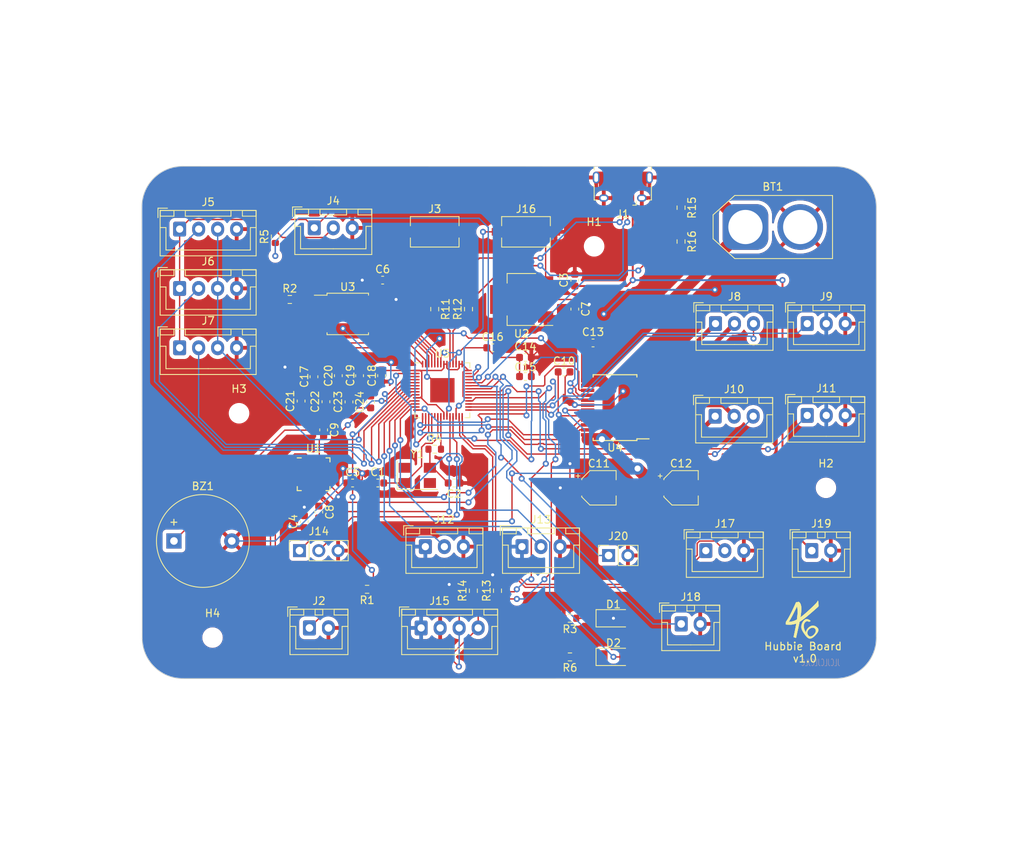
<source format=kicad_pcb>
(kicad_pcb (version 20221018) (generator pcbnew)
  (layers (0 "F.Cu" signal) (31 "B.Cu" signal) (34 "B.Paste" user) (35 "F.Paste" user) (36 "B.SilkS" user "B.Silkscreen") (37 "F.SilkS" user "F.Silkscreen") (38 "B.Mask" user) (39 "F.Mask" user) (44 "Edge.Cuts" user))
  (net 0 "")
  (net 1 "+12V")
  (net 2 "GND")
  (net 3 "/Buzzer")
  (net 4 "/XIN")
  (net 5 "Net-(C2-Pad2)")
  (net 6 "VBUS")
  (net 7 "+3.3V")
  (net 8 "Net-(U1-REGOUT)")
  (net 9 "Net-(U1-CPOUT)")
  (net 10 "+1V1")
  (net 11 "Net-(D1-K)")
  (net 12 "Net-(D2-K)")
  (net 13 "/Status_LED")
  (net 14 "/USB_D-")
  (net 15 "/USB_D+")
  (net 17 "Net-(J2-Pin_1)")
  (net 18 "Net-(J3-Pin_2)")
  (net 19 "Net-(J4-Pin_2)")
  (net 20 "/US0")
  (net 21 "/US_Trig")
  (net 22 "/US1")
  (net 23 "/US2")
  (net 24 "/MotorB0")
  (net 25 "/MotorB1")
  (net 26 "/MotorB_ENC0")
  (net 27 "/MotorB_ENC1")
  (net 28 "/MotorA0")
  (net 29 "/MotorA1")
  (net 30 "/MotorA_ENC0")
  (net 31 "/MotorA_ENC1")
  (net 32 "/SRV0")
  (net 33 "/SRV1")
  (net 34 "/SWCLK")
  (net 35 "/SWD")
  (net 36 "/SCL")
  (net 37 "/SDA")
  (net 38 "/RST")
  (net 39 "/TX")
  (net 40 "/RX")
  (net 41 "/ActionBtn")
  (net 42 "/IR_Led")
  (net 43 "/QSPI_SS")
  (net 44 "/XOUT")
  (net 45 "/Strip_LED")
  (net 46 "Net-(U5-USB_DP)")
  (net 47 "Net-(U5-USB_DM)")
  (net 48 "/BATT_VOLT")
  (net 56 "/IMU_En")
  (net 64 "/QSPI_SD1")
  (net 65 "/QSPI_SD2")
  (net 66 "/QSPI_SD0")
  (net 67 "/QSPI_SCLK")
  (net 68 "/QSPI_SD3")
  (net 69 "/MotorB_PWM")
  (net 70 "/MotorB_DIR1")
  (net 71 "/MotorB_DIR0")
  (net 72 "/MotorsEn")
  (net 73 "/MotorA_DIR0")
  (net 74 "/MotorA_DIR1")
  (net 75 "/MotorA_PWM")
  (net 77 "/Jetson_CTL")
  (footprint "Connector_JST:JST_XH_B3B-XH-A_1x03_P2.50mm_Vertical" (layer "F.Cu") (at 178.475 119.49)
    (fp_text reference "J12")
    (fp_text value "SERVO_0")
  )
  (footprint "Capacitor_SMD:C_0603_1608Metric" (layer "F.Cu") (at 165.1 104.14 -90)
    (fp_text reference "C9")
    (fp_text value "0.1u")
  )
  (footprint "Connector_AMASS:AMASS_XT60-F_1x02_P7.20mm_Vertical" (layer "F.Cu") (at 220.555 77.47)
    (fp_text reference "BT1")
    (fp_text value "Battery")
  )
  (footprint "Capacitor_SMD:C_0603_1608Metric" (layer "F.Cu") (at 163.83 97.155 -90)
    (fp_text reference "C17")
    (fp_text value "1u")
  )
  (footprint "Resistor_SMD:R_0603_1608Metric" (layer "F.Cu") (at 160.655 86.995)
    (fp_text reference "R2")
    (fp_text value "1k")
  )
  (footprint "Buzzer_Beeper:Buzzer_12x9.5RM7.6" (layer "F.Cu") (at 145.425 118.745)
    (fp_text reference "BZ1")
    (fp_text value "Buzzer")
  )
  (footprint "Connector_PinSocket_2.54mm:PinSocket_1x02_P2.54mm_Vertical" (layer "F.Cu") (at 202.565 120.65 90)
    (fp_text reference "J20")
    (fp_text value "JETSON_CTL")
  )
  (footprint "MountingHole:MountingHole_2.2mm_M2" (layer "F.Cu") (at 153.97988 101.9554)
    (fp_text reference "H3")
    (fp_text value "MountingHole")
  )
  (footprint "Capacitor_SMD:C_0603_1608Metric" (layer "F.Cu") (at 172.72 97.015 -90)
    (fp_text reference "C18")
    (fp_text value "100n")
  )
  (footprint "Resistor_SMD:R_0603_1608Metric" (layer "F.Cu") (at 197.485 128.905 180)
    (fp_text reference "R3")
    (fp_text value "1k")
  )
  (footprint "LED_SMD:LED_1206_3216Metric" (layer "F.Cu") (at 203.2 128.905)
    (fp_text reference "D1")
    (fp_text value "RED")
  )
  (footprint "Connector_PinSocket_2.54mm:PinSocket_1x03_P2.54mm_Vertical" (layer "F.Cu") (at 161.925 120.015 90)
    (fp_text reference "J14")
    (fp_text value "DEBUG")
  )
  (footprint "Connector_JST:JST_XH_B4B-XH-A_1x04_P2.50mm_Vertical" (layer "F.Cu") (at 146.17 77.745)
    (fp_text reference "J5")
    (fp_text value "US0")
  )
  (footprint "Capacitor_SMD:C_0603_1608Metric" (layer "F.Cu") (at 165.406043 100.43641 90)
    (fp_text reference "C22")
    (fp_text value "100n")
  )
  (footprint "Connector_JST:JST_XH_B3B-XH-A_1x03_P2.50mm_Vertical" (layer "F.Cu") (at 216.575 102.345)
    (fp_text reference "J10")
    (fp_text value "MotorAL")
  )
  (footprint "LED_SMD:LED_1206_3216Metric" (layer "F.Cu") (at 203.2 133.985)
    (fp_text reference "D2")
    (fp_text value "RED")
  )
  (footprint "Capacitor_SMD:C_0603_1608Metric" (layer "F.Cu") (at 169.824901 97.018875 -90)
    (fp_text reference "C19")
    (fp_text value "100n")
  )
  (footprint "Package_TO_SOT_SMD:SOT-223-3_TabPin2" (layer "F.Cu") (at 191.135 86.995 180)
    (fp_text reference "U2")
    (fp_text value "NCP1117-3.3_SOT223")
  )
  (footprint "Connector_JST:JST_XH_B3B-XH-A_1x03_P2.50mm_Vertical" (layer "F.Cu") (at 216.615 90.17)
    (fp_text reference "J8")
    (fp_text value "MotorBL")
  )
  (footprint "Resistor_SMD:R_0603_1608Metric" (layer "F.Cu") (at 170.815 125.095 180)
    (fp_text reference "R1")
    (fp_text value "80")
  )
  (footprint "Resistor_SMD:R_0603_1608Metric" (layer "F.Cu") (at 212.09 79.375 -90)
    (fp_text reference "R16")
    (fp_text value "2.2k")
  )
  (footprint "Crystal:Crystal_SMD_5032-4Pin_5.0x3.2mm" (layer "F.Cu") (at 177.42 110.125)
    (fp_text reference "Y1")
    (fp_text value "12MHz")
  )
  (footprint "Connector_JST:JST_XH_B3B-XH-A_1x03_P2.50mm_Vertical" (layer "F.Cu") (at 191.175 119.49)
    (fp_text reference "J13")
    (fp_text value "SERVO_1")
  )
  (footprint "Resistor_SMD:R_0603_1608Metric" (layer "F.Cu") (at 179.705 106.68)
    (fp_text reference "R4")
    (fp_text value "1k")
  )
  (footprint "Resistor_SMD:R_0603_1608Metric" (layer "F.Cu") (at 197.485 133.985 180)
    (fp_text reference "R6")
    (fp_text value "1k")
  )
  (footprint "Capacitor_SMD:C_0603_1608Metric" (layer "F.Cu") (at 191.63 94.615)
    (fp_text reference "C14")
    (fp_text value "100n")
  )
  (footprint "Capacitor_SMD:C_0603_1608Metric" (layer "F.Cu") (at 164.465 114.935 -90)
    (fp_text reference "C8")
    (fp_text value "0.1u")
  )
  (footprint "MountingHole:MountingHole_2.2mm_M2" (layer "F.Cu") (at 231.14 111.76)
    (fp_text reference "H2")
    (fp_text value "MountingHole")
  )
  (footprint "Capacitor_SMD:C_0603_1608Metric" (layer "F.Cu") (at 198.12 88.265 -90)
    (fp_text reference "C7")
    (fp_text value "10u")
  )
  (footprint "Capacitor_SMD:C_0603_1608Metric" (layer "F.Cu") (at 182.245 111.125 180)
    (fp_text reference "C2")
    (fp_text value "27p")
  )
  (footprint "Connector_USB:USB_Micro-B_Amphenol_10118194_Horizontal" (layer "F.Cu") (at 204.43 72.26 180)
    (fp_text reference "J1")
    (fp_text value "USB_B_Micro")
  )
  (footprint "Capacitor_SMD:C_0603_1608Metric" (layer "F.Cu") (at 187.325 93.345)
    (fp_text reference "C16")
    (fp_text value "1u")
  )
  (footprint "MountingHole:MountingHole_2.2mm_M2" (layer "F.Cu") (at 150.495 131.445)
    (fp_text reference "H4")
    (fp_text value "MountingHole")
  )
  (footprint "Capacitor_SMD:C_0603_1608Metric" (layer "F.Cu") (at 191.63 97.125)
    (fp_text reference "C15")
    (fp_text value "100n")
  )
  (footprint "Resistor_SMD:R_0603_1608Metric" (layer "F.Cu") (at 187.96 125.285 90)
    (fp_text reference "R13")
    (fp_text value "4.7k")
  )
  (footprint "Connector_JST:JST_XH_B4B-XH-A_1x04_P2.50mm_Vertical" (layer "F.Cu") (at 177.92 130.175)
    (fp_text reference "J15")
    (fp_text value "AIR_SENSOR")
  )
  (footprint "Connector_JST:JST_XH_B2B-XH-A_1x02_P2.50mm_Vertical" (layer "F.Cu") (at 229.275 120.015)
    (fp_text reference "J19")
    (fp_text value "Power5V")
  )
  (footprint "Sensor_Motion:InvenSense_QFN-24_4x4mm_P0.5mm" (layer "F.Cu") (at 163.785 109.97)
    (fp_text reference "U1")
    (fp_text value "MPU-6050")
  )
  (footprint "Button_Switch_SMD:SW_Tactile_SPST_NO_Straight_CK_PTS636Sx25SMTRLFS" (layer "F.Cu") (at 179.705 78.105)
    (fp_text reference "J3")
    (fp_text value "USB_BOOT")
  )
  (footprint "Resistor_SMD:R_0603_1608Metric" (layer "F.Cu") (at 184.15 88.265 90)
    (fp_text reference "R12")
    (fp_text value "27.4")
  )
  (footprint "Connector_JST:JST_XH_B2B-XH-A_1x02_P2.50mm_Vertical" (layer "F.Cu") (at 212.11 129.65)
    (fp_text reference "J18")
    (fp_text value "ActionBtn")
  )
  (footprint "MountingHole:MountingHole_2.2mm_M2" (layer "F.Cu") (at 200.66 80.01)
    (fp_text reference "H1")
    (fp_text value "MountingHole")
  )
  (footprint "Resistor_SMD:R_0603_1608Metric" (layer "F.Cu") (at 158.75 78.74 90)
    (fp_text reference "R5")
    (fp_text value "220")
  )
  (footprint "Capacitor_SMD:C_0603_1608Metric" (layer "F.Cu") (at 162.14254 100.348208 90)
    (fp_text reference "C21")
    (fp_text value "100n")
  )
  (footprint "Resistor_SMD:R_0603_1608Metric" (layer "F.Cu") (at 179.705 88.265 -90)
    (fp_text reference "R11")
    (fp_text value "27.4")
  )
  (footprint "Connector_JST:JST_XH_B3B-XH-A_1x03_P2.50mm_Vertical" (layer "F.Cu") (at 163.87 77.58)
    (fp_text reference "J4")
    (fp_text value "Strip_LED")
  )
  (footprint "Connector_JST:JST_XH_B4B-XH-A_1x04_P2.50mm_Vertical" (layer "F.Cu") (at 146.17 93.345)
    (fp_text reference "J7")
    (fp_text value "US2")
  )
  (footprint "Package_SO:SSOP-24_5.3x8.2mm_P0.65mm" (layer "F.Cu") (at 203.41 101.215 180)
    (fp_text reference "U4")
    (fp_text value "TB6612FNG")
  )
  (footprint "Capacitor_SMD:C_0603_1608Metric" (layer "F.Cu") (at 172.225 111.125)
    (fp_text reference "C1")
    (fp_text value "27p")
  )
  (footprint "Capacitor_SMD:C_0603_1608Metric" (layer "F.Cu") (at 168.435621 100.461448 90)
    (fp_text reference "C23")
    (fp_text value "100n")
  )
  (footprint "Capacitor_SMD:C_0603_1608Metric" (layer "F.Cu") (at 200.52 92.71)
    (fp_text reference "C13")
    (fp_text value "0.1u")
  )
  (footprint "Capacitor_SMD:C_0603_1608Metric" (layer "F.Cu") (at 168.91 111.125)
    (fp_text reference "C5")
    (fp_text value "0.1u")
  )
  (footprint "Capacitor_SMD:C_0603_1608Metric" (layer "F.Cu") (at 198.12 84.455 90)
    (fp_text reference "C3")
    (fp_text value "10u")
  )
  (footprint "Capacitor_SMD:CP_Elec_4x5.4" (layer "F.Cu") (at 201.295 111.76)
    (fp_text reference "C11")
    (fp_text value "10u")
  )
  (footprint "Button_Switch_SMD:SW_Tactile_SPST_NO_Straight_CK_PTS636Sx25SMTRLFS" (layer "F.Cu") (at 191.705 78.105)
    (fp_text reference "J16")
    (fp_text value "RST_BTN")
  )
  (footprint "Resistor_SMD:R_0603_1608Metric" (layer "F.Cu") (at 212.09 74.93 -90)
    (fp_text reference "R15")
    (fp_text value "6.2k")
  )
  (footprint "Capacitor_SMD:C_0603_1608Metric" (layer "F.Cu") (at 162.56 116.205 90)
    (fp_text reference "C4")
    (fp_text value "0.1u")
  )
  (footprint "Capacitor_SMD:C_0603_1608Metric" (layer "F.Cu") (at 167.035 97.015 -90)
    (fp_text reference "C20")
    (fp_text value "100n")
  )
  (footprint "Capacitor_SMD:C_0603_1608Metric" (layer "F.Cu") (at 196.71 96.52)
    (fp_text reference "C10")
    (fp_text value "0.1u")
  )
  (footprint "Package_DFN_QFN:QFN-56-1EP_7x7mm_P0.4mm_EP3.2x3.2mm" (layer "F.Cu") (at 180.7125 98.93)
    (fp_text reference "U5")
    (fp_text value "RP2040")
  )
  (footprint "Connector_JST:JST_XH_B4B-XH-A_1x04_P2.50mm_Vertical" (layer "F.Cu") (at 146.17 85.545)
    (fp_text reference "J6")
    (fp_text value "US1")
  )
  (footprint "Package_SO:SOIC-8_5.23x5.23mm_P1.27mm" (layer "F.Cu") (at 168.275 88.9)
    (fp_text reference "U3")
    (fp_text value "W25Q128JVS")
  )
  (footprint "Capacitor_SMD:C_0603_1608Metric" (layer "F.Cu") (at 171.277416 100.473967 90)
    (fp_text reference "C24")
    (fp_text value "100n")
  )
  (footprint "Connector_JST:JST_XH_B3B-XH-A_1x03_P2.50mm_Vertical" (layer "F.Cu") (at 215.345 120.015)
    (fp_text reference "J17")
    (fp_text value "SERIAL")
  )
  (footprint "Connector_JST:JST_XH_B3B-XH-A_1x03_P2.50mm_Vertical" (layer "F.Cu") (at 228.68 90.17)
    (fp_text reference "J9")
    (fp_text value "MotorBR")
  )
  (footprint "Capacitor_SMD:CP_Elec_4x5.4" (layer "F.Cu") (at 212.09 111.76)
    (fp_text reference "C12")
    (fp_text value "10u")
  )
  (footprint "Connector_JST:JST_XH_B3B-XH-A_1x03_P2.50mm_Vertical" (layer "F.Cu") (at 228.68 102.235)
    (fp_text reference "J11")
    (fp_text value "MotorAR")
  )
  (footprint "Resistor_SMD:R_0603_1608Metric" (layer "F.Cu") (at 184.785 125.285 90)
    (fp_text reference "R14")
    (fp_text value "4.7k")
  )
  (footprint "Connector_JST:JST_XH_B2B-XH-A_1x02_P2.50mm_Vertical" (layer "F.Cu") (at 163.235 130.175)
    (fp_text reference "J2")
    (fp_text value "IR_LED")
  )
  (footprint "Capacitor_SMD:C_0603_1608Metric" (layer "F.Cu") (at 172.86 84.455)
    (fp_text reference "C6")
    (fp_text value "100n")
  )
  (gr_poly (pts (xy 228.610453 129.012876) (xy 228.632109 129.014186) (xy 228.654383 129.016683) (xy 228.67729 129.020372) (xy 228.700848 129.025256) (xy 228.725073 129.03134) (xy 228.74998 129.038627) (xy 228.775587 129.04712) (xy 228.80191 129.056824) (xy 228.828966 129.067742) (xy 228.85677 129.079878) (xy 228.885339 129.093236) (xy 228.914689 129.107819) (xy 228.929478 129.115653) (xy 228.944889 129.124332) (xy 228.976806 129.143665) (xy 229.008897 129.164693) (xy 229.039617 129.186291) (xy 229.067421 129.207334) (xy 229.079748 129.217296) (xy 229.090767 129.226697) (xy 229.100285 129.235396) (xy 229.108109 129.243254) (xy 229.114045 129.250129) (xy 229.117902 129.255881) (xy 229.119121 129.258254) (xy 229.11964 129.259357) (xy 229.120094 129.260408) (xy 229.120481 129.261412) (xy 229.120797 129.26237) (xy 229.121041 129.263288) (xy 229.121208 129.264168) (xy 229.121296 129.265013) (xy 229.121302 129.265828) (xy 229.121222 129.266615) (xy 229.121055 129.267377) (xy 229.120797 129.26812) (xy 229.120446 129.268844) (xy 229.119997 129.269555) (xy 229.119449 129.270256) (xy 229.118798 129.27095) (xy 229.118041 129.27164) (xy 229.117176 129.272329) (xy 229.1162 129.273022) (xy 229.115109 129.273722) (xy 229.113901 129.274432) (xy 229.112573 129.275155) (xy 229.111121 129.275895) (xy 229.109543 129.276656) (xy 229.107836 129.27744) (xy 229.104023 129.279093) (xy 229.099659 129.280882) (xy 229.094719 129.282835) (xy 229.086779 129.286146) (xy 229.076101 129.290921) (xy 229.063154 129.296935) (xy 229.048405 129.303963) (xy 229.015371 129.32016) (xy 228.98074 129.337711) (xy 228.897871 129.380444) (xy 228.871774 129.355041) (xy 228.865872 129.349558) (xy 228.859643 129.344272) (xy 228.84627 129.334304) (xy 228.831784 129.325166) (xy 228.816316 129.316887) (xy 228.799997 129.309497) (xy 228.782957 129.303024) (xy 228.765327 129.297497) (xy 228.747238 129.292945) (xy 228.72882 129.289398) (xy 228.710204 129.286884) (xy 228.69152 129.285431) (xy 228.672899 129.28507) (xy 228.654471 129.285829) (xy 228.636368 129.287737) (xy 228.618719 129.290822) (xy 228.601656 129.295115) (xy 228.578175 129.303035) (xy 228.554782 129.312955) (xy 228.531566 129.324787) (xy 228.508613 129.338441) (xy 228.486013 129.35383) (xy 228.463853 129.370865) (xy 228.442221 129.389458) (xy 228.421206 129.40952) (xy 228.400896 129.430962) (xy 228.381378 129.453697) (xy 228.36274 129.477635) (xy 228.345072 129.502689) (xy 228.32846 129.52877) (xy 228.312993 129.555789) (xy 228.298759 129.583657) (xy 228.285846 129.612288) (xy 228.277299 129.632957) (xy 228.269606 129.6525) (xy 228.262726 129.67115) (xy 228.256617 129.689143) (xy 228.251239 129.706713) (xy 228.24655 129.724094) (xy 228.24251 129.74152) (xy 228.239077 129.759227) (xy 228.23621 129.777447) (xy 228.233868 129.796417) (xy 228.23201 129.81637) (xy 228.230595 129.837541) (xy 228.229582 129.860164) (xy 228.228929 129.884474) (xy 228.22854 129.93909) (xy 228.228771 129.981838) (xy 228.229341 130.017119) (xy 228.230405 130.046741) (xy 228.232117 130.072513) (xy 228.234633 130.096245) (xy 228.238106 130.119744) (xy 228.242691 130.144821) (xy 228.248542 130.173284) (xy 228.2612 130.228546) (xy 228.275495 130.282802) (xy 228.29151 130.336285) (xy 228.309326 130.389224) (xy 228.329025 130.441849) (xy 228.350689 130.494392) (xy 228.374401 130.547082) (xy 228.400241 130.600151) (xy 228.426254 130.650917) (xy 228.449627 130.695167) (xy 228.467801 130.728144) (xy 228.47414 130.738919) (xy 228.478219 130.745093) (xy 228.492001 130.762908) (xy 228.500246 130.730564) (xy 228.5162 130.671111) (xy 228.532483 130.617122) (xy 228.540891 130.591838) (xy 228.549554 130.567514) (xy 228.55853 130.544012) (xy 228.567876 130.521199) (xy 228.577649 130.498938) (xy 228.587907 130.477093) (xy 228.598708 130.455528) (xy 228.610109 130.434109) (xy 228.622168 130.412699) (xy 228.634942 130.391162) (xy 228.662867 130.347167) (xy 228.691055 130.306427) (xy 228.720962 130.266958) (xy 228.752471 130.228848) (xy 228.785464 130.192188) (xy 228.819824 130.157065) (xy 228.855436 130.123568) (xy 228.892181 130.091786) (xy 228.929944 130.061808) (xy 228.968606 130.033723) (xy 229.008052 130.00762) (xy 229.048163 129.983587) (xy 229.088824 129.961714) (xy 229.129917 129.942089) (xy 229.171326 129.9248) (xy 229.212932 129.909938) (xy 229.254621 129.89759) (xy 229.275639 129.892236) (xy 229.294614 129.88798) (xy 229.303678 129.886228) (xy 229.312641 129.884706) (xy 229.321641 129.883399) (xy 229.330813 129.882293) (xy 229.340295 129.881373) (xy 229.350224 129.880623) (xy 229.360736 129.88003) (xy 229.371968 129.879578) (xy 229.397139 129.879037) (xy 229.42683 129.878884) (xy 229.449201 129.8791) (xy 229.470713 129.879765) (xy 229.491468 129.880901) (xy 229.51157 129.882532) (xy 229.531122 129.884681) (xy 229.550225 129.887371) (xy 229.568984 129.890624) (xy 229.587501 129.894465) (xy 229.605879 129.898916) (xy 229.624221 129.904) (xy 229.64263 129.909741) (xy 229.661209 129.916161) (xy 229.68006 129.923284) (xy 229.699287 129.931133) (xy 229.718992 129.939731) (xy 229.739279 129.949101) (xy 229.771898 129.965478) (xy 229.80403 129.983433) (xy 229.835543 130.002835) (xy 229.866303 130.023554) (xy 229.896176 130.045461) (xy 229.925031 130.068427) (xy 229.952732 130.09232) (xy 229.979148 130.117013) (xy 230.004144 130.142374) (xy 230.027588 130.168274) (xy 230.049347 130.194584) (xy 230.069286 130.221174) (xy 230.087273 130.247913) (xy 230.103175 130.274673) (xy 230.116859 130.301324) (xy 230.12819 130.327735) (xy 230.130643 130.334273) (xy 230.132856 130.340566) (xy 230.13484 130.346693) (xy 230.136607 130.352734) (xy 230.138167 130.358768) (xy 230.139532 130.364877) (xy 230.140713 130.371139) (xy 230.141722 130.377635) (xy 230.142568 130.384444) (xy 230.143264 130.391647) (xy 230.14382 130.399323) (xy 230.144248 130.407552) (xy 230.144558 130.416414) (xy 230.144762 130.425989) (xy 230.144897 130.447598) (xy 230.144706 130.470402) (xy 230.144078 130.489767) (xy 230.143549 130.498479) (xy 230.14285 130.506713) (xy 230.14196 130.514597) (xy 230.140859 130.52226) (xy 230.139527 130.529827) (xy 230.137942 130.537428) (xy 230.136086 130.54519) (xy 230.133936 130.553239) (xy 230.128679 130.570713) (xy 230.122006 130.59087) (xy 230.111505 130.620463) (xy 230.100684 130.648325) (xy 230.089267 130.675016) (xy 230.076976 130.701096) (xy 230.063535 130.727124) (xy 230.048669 130.753661) (xy 230.0321 130.781265) (xy 230.013552 130.810497) (xy 229.977213 130.864234) (xy 229.937794 130.918393) (xy 229.895672 130.972613) (xy 229.851223 131.026537) (xy 229.804822 131.079802) (xy 229.756845 131.132051) (xy 229.707669 131.182922) (xy 229.657669 131.232056) (xy 229.60722 131.279094) (xy 229.556699 131.323675) (xy 229.506482 131.36544) (xy 229.456944 131.404028) (xy 229.40846 131.439081) (xy 229.361408 131.470237) (xy 229.316162 131.497138) (xy 229.273099 131.519424) (xy 229.254688 131.527769) (xy 229.235924 131.535509) (xy 229.216872 131.542634) (xy 229.197597 131.54913) (xy 229.178166 131.554987) (xy 229.158644 131.560192) (xy 229.139096 131.564734) (xy 229.119587 131.568601) (xy 229.100184 131.571781) (xy 229.080951 131.574262) (xy 229.061954 131.576031) (xy 229.043259 131.577079) (xy 229.024931 131.577391) (xy 229.007036 131.576957) (xy 228.989638 131.575766) (xy 228.972804 131.573803) (xy 228.957059 131.571202) (xy 228.941224 131.567862) (xy 228.909274 131.558958) (xy 228.876929 131.547072) (xy 228.844166 131.532184) (xy 228.810961 131.514275) (xy 228.777291 131.493325) (xy 228.74313 131.469315) (xy 228.708456 131.442225) (xy 228.673245 131.412036) (xy 228.637473 131.378728) (xy 228.601116 131.342281) (xy 228.56415 131.302677) (xy 228.526552 131.259896) (xy 228.488297 131.213917) (xy 228.449363 131.164722) (xy 228.409724 131.112292) (xy 228.337956 131.013533) (xy 228.270655 130.917367) (xy 228.208388 130.824698) (xy 228.206473 130.821715) (xy 228.700854 130.821715) (xy 228.700981 130.855108) (xy 228.701439 130.882104) (xy 228.702393 130.904114) (xy 228.703108 130.913691) (xy 228.704009 130.922551) (xy 228.705116 130.930871) (xy 228.70645 130.938826) (xy 228.708032 130.946594) (xy 228.709882 130.954351) (xy 228.714471 130.970537) (xy 228.720381 130.988796) (xy 228.729637 131.013933) (xy 228.740362 131.038594) (xy 228.752471 131.062692) (xy 228.765882 131.086138) (xy 228.780512 131.108844) (xy 228.796278 131.130721) (xy 228.813096 131.151681) (xy 228.830884 131.171635) (xy 228.849559 131.190495) (xy 228.869037 131.208173) (xy 228.889236 131.224581) (xy 228.910072 131.23963) (xy 228.931464 131.253231) (xy 228.953327 131.265296) (xy 228.975578 131.275738) (xy 228.998135 131.284467) (xy 229.007327 131.287296) (xy 229.017425 131.289765) (xy 229.028322 131.291874) (xy 229.039909 131.293621) (xy 229.052078 131.295005) (xy 229.064721 131.296026) (xy 229.077728 131.296682) (xy 229.090991 131.296973) (xy 229.104403 131.296898) (xy 229.117854 131.296455) (xy 229.131236 131.295645) (xy 229.144441 131.294466) (xy 229.157361 131.292918) (xy 229.169886 131.290999) (xy 229.181908 131.288708) (xy 229.19332 131.286046) (xy 229.218836 131.278711) (xy 229.244472 131.26984) (xy 229.270175 131.259497) (xy 229.29589 131.247741) (xy 229.321563 131.234634) (xy 229.347139 131.220238) (xy 229.397789 131.187826) (xy 229.447404 131.150995) (xy 229.495553 131.110239) (xy 229.541803 131.066049) (xy 229.58572 131.018918) (xy 229.626872 130.969338) (xy 229.664825 130.917801) (xy 229.699147 130.864799) (xy 229.729405 130.810825) (xy 229.755165 130.756371) (xy 229.766224 130.729117) (xy 229.775995 130.701928) (xy 229.784426 130.674865) (xy 229.791462 130.64799) (xy 229.797049 130.621364) (xy 229.801133 130.595048) (xy 229.804034 130.562679) (xy 229.804521 130.530746) (xy 229.802649 130.499356) (xy 229.798475 130.468617) (xy 229.792056 130.438637) (xy 229.783448 130.409523) (xy 229.772707 130.381384) (xy 229.759889 130.354327) (xy 229.745051 130.328459) (xy 229.728249 130.303889) (xy 229.70954 130.280725) (xy 229.688979 130.259073) (xy 229.666623 130.239043) (xy 229.642528 130.220741) (xy 229.616751 130.204276) (xy 229.589348 130.189754) (xy 229.576172 130.183608) (xy 229.563494 130.178063) (xy 229.551192 130.173098) (xy 229.539141 130.168691) (xy 229.527218 130.164821) (xy 229.515299 130.161466) (xy 229.503259 130.158606) (xy 229.490974 130.156217) (xy 229.478321 130.15428) (xy 229.465177 130.152772) (xy 229.451415 130.151672) (xy 229.436914 130.150958) (xy 229.421549 130.150609) (xy 229.405195 130.150603) (xy 229.38773 130.150919) (xy 229.369028 130.151536) (xy 229.344826 130.152672) (xy 229.323478 130.15412) (xy 229.304351 130.155977) (xy 229.286808 130.158345) (xy 229.270216 130.161322) (xy 229.25394 130.165007) (xy 229.237344 130.1695) (xy 229.219794 130.174901) (xy 229.195869 130.183057) (xy 229.172268 130.191974) (xy 229.148989 130.201656) (xy 229.126027 130.212105) (xy 229.103377 130.223323) (xy 229.081036 130.235314) (xy 229.058998 130.24808) (xy 229.03726 130.261624) (xy 229.015818 130.275949) (xy 228.994666 130.291057) (xy 228.973801 130.306952) (xy 228.953219 130.323636) (xy 228.932915 130.341112) (xy 228.912885 130.359382) (xy 228.893124 130.37845) (xy 228.873629 130.398318) (xy 228.860646 130.412238) (xy 228.848198 130.426263) (xy 228.836276 130.440411) (xy 228.824868 130.454699) (xy 228.813963 130.469146) (xy 228.80355 130.48377) (xy 228.793617 130.498589) (xy 228.784154 130.513621) (xy 228.77515 130.528885) (xy 228.766594 130.544399) (xy 228.758474 130.56018) (xy 228.750779 130.576247) (xy 228.743499 130.592618) (xy 228.736622 130.609311) (xy 228.730138 130.626345) (xy 228.724034 130.643738) (xy 228.716708 130.665946) (xy 228.713706 130.67562) (xy 228.711106 130.684634) (xy 228.708881 130.693208) (xy 228.707001 130.701565) (xy 228.705437 130.709925) (xy 228.704161 130.718508) (xy 228.703143 130.727536) (xy 228.702356 130.737228) (xy 228.70177 130.747807) (xy 228.701356 130.759492) (xy 228.700932 130.787065) (xy 228.700854 130.821715) (xy 228.206473 130.821715) (xy 228.151722 130.736432) (xy 228.101223 130.653473) (xy 228.057457 130.576726) (xy 228.02099 130.507096) (xy 227.992389 130.445488) (xy 227.971286 130.394018) (xy 227.962094 130.369788) (xy 227.953757 130.346337) (xy 227.946239 130.323497) (xy 227.939502 130.3011) (xy 227.933506 130.278977) (xy 227.928216 130.256962) (xy 227.923592 130.234884) (xy 227.919598 130.212578) (xy 227.916194 130.189873) (xy 227.913345 130.166603) (xy 227.911011 130.142599) (xy 227.909155 130.117693) (xy 227.906725 130.064502) (xy 227.906087 130.025261) (xy 227.906543 129.986939) (xy 227.908122 129.949412) (xy 227.910853 129.912556) (xy 227.914765 129.876248) (xy 227.919887 129.840366) (xy 227.926247 129.804785) (xy 227.933875 129.769382) (xy 227.942799 129.734035) (xy 227.953047 129.69862) (xy 227.96465 129.663014) (xy 227.977635 129.627093) (xy 227.992032 129.590735) (xy 228.007869 129.553815) (xy 228.025175 129.516211) (xy 228.043979 129.4778) (xy 228.068359 129.431547) (xy 228.093884 129.387314) (xy 228.120478 129.345171) (xy 228.148067 129.305188) (xy 228.176577 129.267435) (xy 228.205934 129.231983) (xy 228.236062 129.198901) (xy 228.266888 129.16826) (xy 228.298337 129.140131) (xy 228.330335 129.114584) (xy 228.362807 129.091688) (xy 228.395679 129.071514) (xy 228.428876 129.054132) (xy 228.462324 129.039613) (xy 228.495949 129.028026) (xy 228.529675 129.019443) (xy 228.549025 129.016038) (xy 228.568927 129.013806) (xy 228.589398 129.012751)) (stroke (width 0.007264)) (fill solid) (layer "F.SilkS"))
  (gr_poly (pts (xy 230.094859 126.62731) (xy 230.104439 126.670091) (xy 230.11278 126.709008) (xy 230.120038 126.74493) (xy 230.126367 126.778725) (xy 230.131924 126.811261) (xy 230.136865 126.843408) (xy 230.141344 126.876032) (xy 230.145518 126.910003) (xy 230.150555 126.959334) (xy 230.154927 127.014007) (xy 230.158524 127.07124) (xy 230.161235 127.128253) (xy 230.162948 127.182265) (xy 230.163554 127.230494) (xy 230.162941 127.270158) (xy 230.160999 127.298478) (xy 230.16008 127.305751) (xy 230.159157 127.31228) (xy 230.158173 127.318165) (xy 230.157073 127.323505) (xy 230.155801 127.328398) (xy 230.154301 127.332944) (xy 230.152518 127.337242) (xy 230.151503 127.339328) (xy 230.150396 127.34139) (xy 230.147879 127.345488) (xy 230.144912 127.349635) (xy 230.141438 127.35393) (xy 230.137403 127.358471) (xy 230.13275 127.363358) (xy 230.127423 127.368691) (xy 230.114527 127.381086) (xy 230.065361 127.426818) (xy 229.99868 127.48726) (xy 229.800053 127.663464) (xy 229.49321 127.932083) (xy 229.052713 128.315504) (xy 228.936558 128.414244) (xy 228.774295 128.549617) (xy 228.602851 128.690998) (xy 228.459154 128.80776) (xy 228.368845 128.879262) (xy 228.278838 128.948699) (xy 228.189693 129.01567) (xy 228.10197 129.079772) (xy 228.016228 129.1406) (xy 227.933028 129.197752) (xy 227.85293 129.250825) (xy 227.776492 129.299416) (xy 227.73875 129.323184) (xy 227.706772 129.343941) (xy 227.693999 129.352493) (xy 227.683934 129.359454) (xy 227.676997 129.364546) (xy 227.673611 129.367489) (xy 227.672596 129.369741) (xy 227.671042 129.37463) (xy 227.666445 129.391754) (xy 227.660078 129.417737) (xy 227.6522 129.451457) (xy 227.63294 129.537616) (xy 227.610729 129.641249) (xy 227.389938 130.646146) (xy 227.205648 131.451519) (xy 227.196657 131.485642) (xy 227.102219 131.454488) (xy 227.070868 131.443859) (xy 227.037077 131.431918) (xy 226.969737 131.406986) (xy 226.939969 131.395436) (xy 226.915322 131.38546) (xy 226.897687 131.377778) (xy 226.892089 131.375022) (xy 226.888953 131.373111) (xy 226.888936 131.371776) (xy 226.889407 131.368274) (xy 226.891716 131.355218) (xy 226.901161 131.308034) (xy 226.915805 131.238734) (xy 226.934163 131.15449) (xy 227.043966 130.640561) (xy 227.146402 130.134775) (xy 227.219859 129.74693) (xy 227.238966 129.631547) (xy 227.242724 129.586825) (xy 227.242427 129.586684) (xy 227.241908 129.586627) (xy 227.240231 129.586761) (xy 227.237739 129.587213) (xy 227.234478 129.587968) (xy 227.230495 129.589012) (xy 227.225836 129.59033) (xy 227.214675 129.593729) (xy 227.201368 129.598049) (xy 227.186284 129.603172) (xy 227.169795 129.608982) (xy 227.152272 129.615361) (xy 227.091233 129.636575) (xy 227.026855 129.656397) (xy 226.960008 129.674632) (xy 226.89156 129.691083) (xy 226.82238 129.705556) (xy 226.753337 129.717856) (xy 226.685299 129.727788) (xy 226.619136 129.735155) (xy 226.550889 129.73946) (xy 226.463591 129.741951) (xy 226.363711 129.742725) (xy 226.257719 129.741882) (xy 226.152086 129.739518) (xy 226.05328 129.735732) (xy 225.967772 129.730623) (xy 225.902031 129.724287) (xy 225.871413 129.720344) (xy 225.875974 129.552596) (xy 225.880535 129.384847) (xy 225.883432 129.380373) (xy 226.255916 129.380373) (xy 226.255981 129.381143) (xy 226.256182 129.381863) (xy 226.25653 129.382532) (xy 226.257035 129.38315) (xy 226.257707 129.383717) (xy 226.258556 129.384233) (xy 226.259592 129.384698) (xy 226.260825 129.385112) (xy 226.262265 129.385474) (xy 226.263922 129.385785) (xy 226.265807 129.386045) (xy 226.267929 129.386253) (xy 226.270299 129.38641) (xy 226.272927 129.386515) (xy 226.275822 129.386569) (xy 226.278995 129.38657) (xy 226.282456 129.38652) (xy 226.286215 129.386418) (xy 226.294667 129.386058) (xy 226.304432 129.385489) (xy 226.315591 129.384711) (xy 226.328225 129.383723) (xy 226.342413 129.382525) (xy 226.358238 129.381116) (xy 226.375778 129.379495) (xy 226.375779 129.379495) (xy 226.436068 129.3729) (xy 226.497906 129.364309) (xy 226.560779 129.353826) (xy 226.624177 129.341558) (xy 226.687585 129.32761) (xy 226.75049 129.31209) (xy 226.812381 129.295102) (xy 226.872745 129.276753) (xy 226.926556 129.257778) (xy 226.991867 129.232056) (xy 227.063258 129.20204) (xy 227.13531 129.170185) (xy 227.202605 129.138945) (xy 227.259722 129.110772) (xy 227.301242 129.088122) (xy 227.314461 129.079634) (xy 227.321747 129.073447) (xy 227.324301 129.067483) (xy 227.327333 129.055364) (xy 227.33467 129.014007) (xy 227.343441 128.952072) (xy 227.35333 128.872255) (xy 227.364019 128.777253) (xy 227.37519 128.669761) (xy 227.386526 128.552476) (xy 227.39771 128.428093) (xy 227.402466 128.350103) (xy 227.405662 128.249529) (xy 227.407332 128.134275) (xy 227.407513 128.012248) (xy 227.406239 127.89135) (xy 227.403547 127.779486) (xy 227.399472 127.684561) (xy 227.39405 127.614479) (xy 227.387096 127.555201) (xy 227.379705 127.498612) (xy 227.372158 127.446368) (xy 227.364738 127.400122) (xy 227.357725 127.361528) (xy 227.351401 127.33224) (xy 227.346047 127.313912) (xy 227.343822 127.309374) (xy 227.342837 127.308353) (xy 227.341945 127.308197) (xy 227.341463 127.308557) (xy 227.340772 127.309376) (xy 227.338783 127.312347) (xy 227.336024 127.317014) (xy 227.332542 127.323286) (xy 227.323594 127.340272) (xy 227.31231 127.362557) (xy 227.299063 127.389399) (xy 227.284225 127.420051) (xy 227.268167 127.453768) (xy 227.251261 127.489807) (xy 227.125896 127.750793) (xy 226.959993 128.086295) (xy 226.794451 128.414423) (xy 226.670169 128.65329) (xy 226.580958 128.817335) (xy 226.504269 128.954772) (xy 226.430324 129.08283) (xy 226.34935 129.21874) (xy 226.313071 129.27945) (xy 226.283362 129.330161) (xy 226.263288 129.36557) (xy 226.257823 129.375879) (xy 226.255916 129.380373) (xy 225.883432 129.380373) (xy 225.979789 129.231552) (xy 226.062958 129.100428) (xy 226.145756 128.964419) (xy 226.22882 128.822374) (xy 226.312786 128.673143) (xy 226.398288 128.515573) (xy 226.485963 128.348516) (xy 226.576446 128.170819) (xy 226.670373 127.981332) (xy 226.809124 127.692731) (xy 226.949909 127.391163) (xy 227.073398 127.118621) (xy 227.160261 126.917096) (xy 227.173969 126.884177) (xy 227.186063 126.856303) (xy 227.191096 126.845177) (xy 227.195234 126.836415) (xy 227.198314 126.830385) (xy 227.200172 126.827454) (xy 227.205478 126.824726) (xy 227.216845 126.820889) (xy 227.254502 126.810597) (xy 227.306626 126.797997) (xy 227.366697 126.784506) (xy 227.428194 126.771544) (xy 227.4846 126.760529) (xy 227.529395 126.75288) (xy 227.545401 126.750761) (xy 227.55606 126.750015) (xy 227.558653 126.750162) (xy 227.56145 126.750598) (xy 227.564442 126.751317) (xy 227.567621 126.752312) (xy 227.570978 126.753577) (xy 227.574506 126.755104) (xy 227.582041 126.75892) (xy 227.590157 126.763707) (xy 227.598791 126.769413) (xy 227.607875 126.775983) (xy 227.617343 126.783365) (xy 227.62713 126.791505) (xy 227.637169 126.80035) (xy 227.647395 126.809848) (xy 227.657742 126.819943) (xy 227.668142 126.830585) (xy 227.678531 126.841718) (xy 227.688843 126.853291) (xy 227.69901 126.865249) (xy 227.7083 126.877014) (xy 227.717838 126.890188) (xy 227.727549 126.904622) (xy 227.737357 126.920165) (xy 227.747189 126.936668) (xy 227.75697 126.953981) (xy 227.766624 126.971954) (xy 227.776077 126.990437) (xy 227.785253 127.009279) (xy 227.794079 127.028332) (xy 227.802479 127.047444) (xy 227.810378 127.066467) (xy 227.817702 127.08525) (xy 227.824376 127.103643) (xy 227.830325 127.121497) (xy 227.835473 127.138661) (xy 227.851958 127.204096) (xy 227.865828 127.274106) (xy 227.877081 127.348724) (xy 227.885718 127.427983) (xy 227.891737 127.511916) (xy 227.895137 127.600556) (xy 227.895916 127.693937) (xy 227.894075 127.792092) (xy 227.889611 127.895053) (xy 227.882524 128.002856) (xy 227.872813 128.115531) (xy 227.860476 128.233114) (xy 227.845513 128.355636) (xy 227.827923 128.483132) (xy 227.807704 128.615633) (xy 227.784856 128.753175) (xy 227.784186 128.757294) (xy 227.783672 128.761081) (xy 227.783346 128.764518) (xy 227.78324 128.767586) (xy 227.783387 128.770268) (xy 227.783565 128.771458) (xy 227.783818 128.772543) (xy 227.78415 128.773523) (xy 227.784565 128.774395) (xy 227.785067 128.775156) (xy 227.78566 128.775804) (xy 227.786348 128.776336) (xy 227.787135 128.776751) (xy 227.788025 128.777046) (xy 227.789022 128.777218) (xy 227.79013 128.777266) (xy 227.791353 128.777187) (xy 227.792695 128.776979) (xy 227.794159 128.776639) (xy 227.797473 128.775555) (xy 227.801327 128.773917) (xy 227.805752 128.771706) (xy 227.810781 128.768904) (xy 227.816445 128.765493) (xy 227.822777 128.761453) (xy 227.829808 128.756765) (xy 227.83757 128.751413) (xy 227.846095 128.745376) (xy 227.855415 128.738637) (xy 227.876569 128.722977) (xy 227.901286 128.704283) (xy 227.929823 128.682408) (xy 227.962433 128.657203) (xy 227.999374 128.628519) (xy 228.115586 128.536467) (xy 228.23788 128.43618) (xy 228.368015 128.326114) (xy 228.507748 128.204722) (xy 228.65884 128.070458) (xy 228.82305 127.921775) (xy 229.002135 127.757127) (xy 229.197856 127.574969) (xy 229.382356 127.398453) (xy 229.587212 127.196885) (xy 229.76714 127.015351) (xy 229.833604 126.946185) (xy 229.876856 126.898935) (xy 229.902733 126.86788) (xy 229.928498 126.834802) (xy 229.953692 126.800387) (xy 229.977857 126.765319) (xy 230.000537 126.730282) (xy 230.021274 126.695963) (xy 230.039609 126.663045) (xy 230.047733 126.647326) (xy 230.055085 126.632215) (xy 230.082628 126.573618)) (stroke (width 0.007264)) (fill solid) (layer "F.SilkS"))
  (gr_poly (pts (xy 230.094858 126.627311) (xy 230.104417 126.669993) (xy 230.112749 126.70886) (xy 230.120008 126.744769) (xy 230.12635 126.778579) (xy 230.131927 126.811149) (xy 230.136895 126.843337) (xy 230.141407 126.876002) (xy 230.145617 126.910004) (xy 230.150648 126.958969) (xy 230.155015 127.013419) (xy 230.158605 127.070554) (xy 230.161309 127.127572) (xy 230.163015 127.181674) (xy 230.163612 127.23006) (xy 230.162989 127.269928) (xy 230.161034 127.298478) (xy 230.160113 127.305822) (xy 230.159189 127.312406) (xy 230.158197 127.318339) (xy 230.157077 127.323728) (xy 230.155766 127.328681) (xy 230.154202 127.333305) (xy 230.153306 127.335528) (xy 230.152322 127.337709) (xy 230.151245 127.339862) (xy 230.150065 127.342) (xy 230.148775 127.344138) (xy 230.147367 127.346287) (xy 230.144167 127.350676) (xy 230.140402 127.355276) (xy 230.13601 127.360194) (xy 230.130929 127.365539) (xy 230.125096 127.371417) (xy 230.110927 127.385208) (xy 230.07512 127.418687) (xy 230.021494 127.467406) (xy 229.864876 127.606944) (xy 229.649253 127.796591) (xy 229.382804 128.029114) (xy 229.097797 128.275515) (xy 228.845876 128.48979) (xy 228.622638 128.675425) (xy 228.423677 128.835907) (xy 228.244589 128.974724) (xy 228.080969 129.095362) (xy 227.928413 129.201309) (xy 227.782516 129.296051) (xy 227.761486 129.309392) (xy 227.741623 129.322294) (xy 227.72338 129.334441) (xy 227.707208 129.345519) (xy 227.693559 129.355213) (xy 227.682886 129.363208) (xy 227.67564 129.369188) (xy 227.673444 129.371325) (xy 227.672275 129.37284) (xy 227.671453 129.374918) (xy 227.670276 129.378707) (xy 227.666947 129.39104) (xy 227.662466 129.409077) (xy 227.657011 129.432059) (xy 227.643885 129.489814) (xy 227.62899 129.558221) (xy 227.529333 130.020692) (xy 227.410158 130.556565) (xy 227.272113 131.168495) (xy 227.205642 131.45152) (xy 227.196656 131.485643) (xy 227.102219 131.454436) (xy 227.056236 131.43894) (xy 227.014697 131.424338) (xy 226.978125 131.41084) (xy 226.947039 131.398659) (xy 226.92196 131.388007) (xy 226.903409 131.379094) (xy 226.896745 131.375357) (xy 226.891907 131.372133) (xy 226.888962 131.369451) (xy 226.887973 131.367336) (xy 226.888584 131.363049) (xy 226.890312 131.353891) (xy 226.896639 131.323237) (xy 226.905991 131.279929) (xy 226.9174 131.228522) (xy 227.026054 130.724637) (xy 227.13474 130.19107) (xy 227.216103 129.765821) (xy 227.237991 129.636942) (xy 227.242791 129.586892) (xy 227.242533 129.586776) (xy 227.242071 129.586738) (xy 227.240562 129.586887) (xy 227.238305 129.587325) (xy 227.235342 129.58804) (xy 227.227471 129.590244) (xy 227.217286 129.59339) (xy 227.205127 129.597371) (xy 227.191332 129.602078) (xy 227.176241 129.607403) (xy 227.160192 129.613239) (xy 227.098134 129.634721) (xy 227.032207 129.654917) (xy 226.963486 129.673586) (xy 226.893042 129.690487) (xy 226.821949 129.705379) (xy 226.751279 129.718021) (xy 226.682107 129.728172) (xy 226.615504 129.735591) (xy 226.54812 129.73976) (xy 226.461394 129.742126) (xy 226.361881 129.742791) (xy 226.256134 129.741861) (xy 226.150706 129.739439) (xy 226.052151 129.73563) (xy 225.967022 129.730536) (xy 225.901873 129.724263) (xy 225.871096 129.720296) (xy 225.875825 129.552448) (xy 225.880555 129.3846) (xy 225.88288 129.381002) (xy 226.257221 129.381002) (xy 226.257231 129.381365) (xy 226.257268 129.381714) (xy 226.257333 129.382051) (xy 226.257427 129.382374) (xy 226.257551 129.382684) (xy 226.257705 129.382981) (xy 226.257892 129.383265) (xy 226.258112 129.383536) (xy 226.258367 129.383795) (xy 226.258656 129.384041) (xy 226.258982 129.384274) (xy 226.259346 129.384496) (xy 226.259748 129.384705) (xy 226.260189 129.384901) (xy 226.260671 129.385086) (xy 226.261195 129.385259) (xy 226.261762 129.38542) (xy 226.263028 129.385707) (xy 226.264479 129.385948) (xy 226.266122 129.386144) (xy 226.267966 129.386296) (xy 226.27002 129.386404) (xy 226.272292 129.386469) (xy 226.274791 129.386493) (xy 226.277526 129.386476) (xy 226.280505 129.386419) (xy 226.283736 129.386323) (xy 226.287229 129.386188) (xy 226.290992 129.386016) (xy 226.295032 129.385807) (xy 226.303983 129.385283) (xy 226.314151 129.384623) (xy 226.325603 129.383833) (xy 226.359566 129.381008) (xy 226.398837 129.377055) (xy 226.438553 129.3725) (xy 226.473848 129.367866) (xy 226.540991 129.357255) (xy 226.608254 129.344643) (xy 226.675194 129.330142) (xy 226.741371 129.31387) (xy 226.806343 129.29594) (xy 226.86967 129.276468) (xy 226.93091 129.25557) (xy 226.989621 129.233359) (xy 227.040228 129.212363) (xy 227.09432 129.188505) (xy 227.148878 129.163274) (xy 227.200886 129.138161) (xy 227.247328 129.114654) (xy 227.285185 129.094245) (xy 227.311441 129.078423) (xy 227.319276 129.072698) (xy 227.323079 129.068678) (xy 227.326745 129.057405) (xy 227.33107 129.036574) (xy 227.341295 128.97013) (xy 227.352947 128.877131) (xy 227.365217 128.765362) (xy 227.377297 128.642606) (xy 227.388378 128.516649) (xy 227.397653 128.395275) (xy 227.404313 128.286268) (xy 227.407405 128.206417) (xy 227.409106 128.119032) (xy 227.409469 128.027291) (xy 227.408548 127.934372) (xy 227.406395 127.843453) (xy 227.403063 127.757713) (xy 227.398607 127.680329) (xy 227.393078 127.61448) (xy 227.387423 127.562985) (xy 227.381088 127.511552) (xy 227.374378 127.462144) (xy 227.367603 127.416723) (xy 227.36107 127.37725) (xy 227.355087 127.34569) (xy 227.34996 127.324004) (xy 227.347815 127.317477) (xy 227.345999 127.314155) (xy 227.344674 127.312661) (xy 227.344083 127.311979) (xy 227.343503 127.311411) (xy 227.342905 127.311012) (xy 227.342591 127.310891) (xy 227.342263 127.310833) (xy 227.341916 127.310843) (xy 227.341548 127.310929) (xy 227.341155 127.311096) (xy 227.340733 127.311352) (xy 227.340279 127.311703) (xy 227.33979 127.312156) (xy 227.338692 127.313394) (xy 227.33741 127.315119) (xy 227.335918 127.317386) (xy 227.334187 127.320245) (xy 227.33219 127.323752) (xy 227.329899 127.32796) (xy 227.327287 127.332921) (xy 227.324325 127.338689) (xy 227.320987 127.345317) (xy 227.313068 127.361367) (xy 227.30331 127.381497) (xy 227.291492 127.406134) (xy 227.260786 127.470628) (xy 227.21918 127.558261) (xy 226.990684 128.028828) (xy 226.769252 128.463864) (xy 226.662597 128.665354) (xy 226.559402 128.854717) (xy 226.460232 129.030872) (xy 226.365652 129.192737) (xy 226.291596 129.318092) (xy 226.268035 129.358919) (xy 226.258154 129.377113) (xy 226.257807 129.378076) (xy 226.257533 129.378982) (xy 226.257339 129.379831) (xy 226.257236 129.380625) (xy 226.257221 129.381002) (xy 225.88288 129.381002) (xy 225.972496 129.242326) (xy 226.03808 129.139462) (xy 226.101291 129.037365) (xy 226.163261 128.934055) (xy 226.225121 128.827553) (xy 226.288005 128.715878) (xy 226.353044 128.597051) (xy 226.421369 128.469093) (xy 226.494112 128.330023) (xy 226.670922 127.977497) (xy 226.863773 127.575157) (xy 227.041135 127.190063) (xy 227.114156 127.024939) (xy 227.171481 126.889274) (xy 227.176665 126.876997) (xy 227.18194 126.865309) (xy 227.187161 126.854483) (xy 227.19218 126.844792) (xy 227.19685 126.836507) (xy 227.201025 126.829902) (xy 227.202881 126.827314) (xy 227.204558 126.825249) (xy 227.206037 126.82374) (xy 227.207301 126.822821) (xy 227.213228 126.820593) (xy 227.224179 126.81741) (xy 227.258495 126.808748) (xy 227.30493 126.79798) (xy 227.358166 126.786254) (xy 227.463774 126.764507) (xy 227.505509 126.756779) (xy 227.532775 126.752676) (xy 227.575727 126.748187) (xy 227.622285 126.787692) (xy 227.634735 126.7985) (xy 227.646655 126.809362) (xy 227.658083 126.820323) (xy 227.669053 126.831431) (xy 227.679602 126.842734) (xy 227.689765 126.854278) (xy 227.699578 126.866111) (xy 227.709076 126.878279) (xy 227.718296 126.89083) (xy 227.727272 126.903812) (xy 227.736042 126.91727) (xy 227.744639 126.931253) (xy 227.753101 126.945808) (xy 227.761463 126.960981) (xy 227.76976 126.97682) (xy 227.778029 126.993373) (xy 227.804738 127.05394) (xy 227.828053 127.119444) (xy 227.847977 127.19008) (xy 227.864512 127.266042) (xy 227.87766 127.347526) (xy 227.887425 127.434725) (xy 227.893808 127.527834) (xy 227.896812 127.627047) (xy 227.896439 127.732559) (xy 227.892693 127.844565) (xy 227.885575 127.963259) (xy 227.875089 128.088835) (xy 227.861235 128.221489) (xy 227.844018 128.361414) (xy 227.82344 128.508805) (xy 227.799502 128.663857) (xy 227.792967 128.706301) (xy 227.788114 128.741559) (xy 227.786464 128.755345) (xy 227.78541 128.765956) (xy 227.785009 128.772934) (xy 227.785071 128.774917) (xy 227.785319 128.77582) (xy 227.785997 128.776352) (xy 227.786821 128.776732) (xy 227.787794 128.776957) (xy 227.788921 128.777026) (xy 227.790208 128.776934) (xy 227.791658 128.77668) (xy 227.793275 128.77626) (xy 227.795065 128.775672) (xy 227.797031 128.774913) (xy 227.799179 128.773979) (xy 227.801512 128.77287) (xy 227.804036 128.771581) (xy 227.809671 128.768454) (xy 227.81612 128.764576) (xy 227.823419 128.759925) (xy 227.831603 128.754479) (xy 227.840708 128.748216) (xy 227.850771 128.741113) (xy 227.861826 128.733149) (xy 227.873909 128.724301) (xy 227.887057 128.714547) (xy 227.901304 128.703865) (xy 228.028402 128.605768) (xy 228.16492 128.495773) (xy 228.311535 128.37329) (xy 228.468925 128.237725) (xy 228.637768 128.088487) (xy 228.818742 127.924985) (xy 229.012525 127.746627) (xy 229.219794 127.55282) (xy 229.406685 127.373725) (xy 229.601565 127.182155) (xy 229.768088 127.014263) (xy 229.829357 126.950493) (xy 229.869907 126.9062) (xy 229.896199 126.874694) (xy 229.922868 126.840484) (xy 229.949282 126.804508) (xy 229.974811 126.767703) (xy 229.998821 126.731007) (xy 230.020682 126.695356) (xy 230.039761 126.661689) (xy 230.04806 126.645892) (xy 230.055427 126.630943) (xy 230.082627 126.573618)) (stroke (width 0.007264)) (fill solid) (layer "F.SilkS"))
  (gr_poly (pts (xy 228.610453 129.012876) (xy 228.632109 129.014186) (xy 228.654383 129.016683) (xy 228.67729 129.020372) (xy 228.700848 129.025256) (xy 228.725073 129.03134) (xy 228.74998 129.038627) (xy 228.775587 129.04712) (xy 228.80191 129.056824) (xy 228.828966 129.067742) (xy 228.85677 129.079878) (xy 228.885339 129.093236) (xy 228.914689 129.107819) (xy 228.929434 129.11563) (xy 228.944812 129.124292) (xy 228.976691 129.143601) (xy 229.008771 129.164615) (xy 229.039498 129.186203) (xy 229.067317 129.207234) (xy 229.079651 129.217186) (xy 229.090675 129.226575) (xy 229.100194 129.235258) (xy 229.108016 129.243095) (xy 229.113944 129.249944) (xy 229.117786 129.255663) (xy 229.118982 129.258014) (xy 229.119481 129.259111) (xy 229.11991 129.26016) (xy 229.120264 129.261166) (xy 229.12054 129.262133) (xy 229.120733 129.263065) (xy 229.12084 129.263964) (xy 229.120857 129.264837) (xy 229.12078 129.265685) (xy 229.120604 129.266514) (xy 229.120327 129.267327) (xy 229.119943 129.268129) (xy 229.11945 129.268922) (xy 229.118843 129.269712) (xy 229.118119 129.270501) (xy 229.117273 129.271295) (xy 229.116301 129.272096) (xy 229.115201 129.27291) (xy 229.113966 129.273739) (xy 229.112595 129.274588) (xy 229.111083 129.27546) (xy 229.109425 129.276361) (xy 229.107619 129.277292) (xy 229.10566 129.27826) (xy 229.103544 129.279266) (xy 229.098826 129.281414) (xy 229.093435 129.283767) (xy 229.087338 129.286356) (xy 229.078119 129.290383) (xy 229.066553 129.295673) (xy 229.038241 129.309139) (xy 229.006123 129.324951) (xy 228.973922 129.341307) (xy 228.898764 129.380159) (xy 228.86946 129.353685) (xy 228.866263 129.350889) (xy 228.86274 129.347978) (xy 228.858927 129.344974) (xy 228.85486 129.3419) (xy 228.846108 129.33564) (xy 228.836771 129.329383) (xy 228.827137 129.323317) (xy 228.817494 129.317629) (xy 228.808129 129.312505) (xy 228.803641 129.310213) (xy 228.79933 129.308132) (xy 228.792831 129.305151) (xy 228.786734 129.302491) (xy 228.780928 129.300135) (xy 228.775303 129.298066) (xy 228.76975 129.296264) (xy 228.764159 129.294711) (xy 228.758418 129.293391) (xy 228.752418 129.292285) (xy 228.746049 129.291376) (xy 228.7392 129.290644) (xy 228.731762 129.290072) (xy 228.723625 129.289643) (xy 228.714678 129.289338) (xy 228.704811 129.289139) (xy 228.681876 129.288989) (xy 228.657194 129.289061) (xy 228.637625 129.28951) (xy 228.629332 129.289964) (xy 228.621805 129.290618) (xy 228.614873 129.291505) (xy 228.608366 129.292663) (xy 228.602113 129.294125) (xy 228.595944 129.295927) (xy 228.589687 129.298103) (xy 228.583172 129.300689) (xy 228.576228 129.30372) (xy 228.568685 129.307231) (xy 228.551117 129.315833) (xy 228.53245 129.325621) (xy 228.51424 129.336191) (xy 228.496496 129.347527) (xy 228.479227 129.359611) (xy 228.462441 129.372427) (xy 228.446149 129.385958) (xy 228.430358 129.400187) (xy 228.415077 129.415098) (xy 228.400315 129.430673) (xy 228.386082 129.446896) (xy 228.372386 129.46375) (xy 228.359236 129.481218) (xy 228.346641 129.499284) (xy 228.334609 129.51793) (xy 228.32315 129.53714) (xy 228.312273 129.556896) (xy 228.301986 129.577183) (xy 228.292298 129.597983) (xy 228.283218 129.619279) (xy 228.274756 129.641055) (xy 228.266919 129.663294) (xy 228.259717 129.685979) (xy 228.253159 129.709093) (xy 228.247254 129.73262) (xy 228.24201 129.756542) (xy 228.237436 129.780843) (xy 228.233542 129.805505) (xy 228.230336 129.830513) (xy 228.227826 129.85585) (xy 228.226023 129.881497) (xy 228.224935 129.90744) (xy 228.22457 129.93366) (xy 228.224951 129.961132) (xy 228.226089 129.989162) (xy 228.227971 130.017694) (xy 228.230589 130.046674) (xy 228.233931 130.076047) (xy 228.237988 130.105758) (xy 228.242747 130.135753) (xy 228.2482 130.165975) (xy 228.254335 130.196371) (xy 228.261142 130.226886) (xy 228.276731 130.288052) (xy 228.285491 130.318593) (xy 228.294881 130.349034) (xy 228.304891 130.379319) (xy 228.31551 130.409393) (xy 228.329288 130.44385) (xy 228.348992 130.488811) (xy 228.372596 130.540097) (xy 228.398073 130.593527) (xy 228.423399 130.644922) (xy 228.446547 130.690101) (xy 228.465492 130.724885) (xy 228.472755 130.737072) (xy 228.478207 130.745093) (xy 228.492001 130.762908) (xy 228.500246 130.730564) (xy 228.5162 130.671111) (xy 228.532482 130.617122) (xy 228.540891 130.591838) (xy 228.549554 130.567514) (xy 228.55853 130.544012) (xy 228.567876 130.521199) (xy 228.577649 130.498938) (xy 228.587907 130.477093) (xy 228.598708 130.455528) (xy 228.610109 130.434109) (xy 228.622168 130.412699) (xy 228.634942 130.391162) (xy 228.662866 130.347167) (xy 228.691055 130.306427) (xy 228.720962 130.266958) (xy 228.75247 130.228848) (xy 228.785463 130.192188) (xy 228.819824 130.157065) (xy 228.855436 130.123568) (xy 228.892181 130.091786) (xy 228.929943 130.061808) (xy 228.968606 130.033723) (xy 229.008051 130.00762) (xy 229.048163 129.983587) (xy 229.088823 129.961714) (xy 229.129917 129.942089) (xy 229.171325 129.9248) (xy 229.212932 129.909938) (xy 229.25462 129.89759) (xy 229.275638 129.892236) (xy 229.294614 129.88798) (xy 229.303677 129.886228) (xy 229.31264 129.884706) (xy 229.32164 129.883399) (xy 229.330812 129.882293) (xy 229.340295 129.881373) (xy 229.350224 129.880623) (xy 229.360736 129.88003) (xy 229.371967 129.879578) (xy 229.397138 129.879037) (xy 229.426829 129.878884) (xy 229.45657 129.879037) (xy 229.481767 129.879578) (xy 229.503528 129.880627) (xy 229.52296 129.882305) (xy 229.541172 129.884732) (xy 229.55927 129.888031) (xy 229.578362 129.89232) (xy 229.599557 129.897722) (xy 229.615889 129.90229) (xy 229.632548 129.90741) (xy 229.64947 129.913053) (xy 229.666591 129.919187) (xy 229.701171 129.932813) (xy 229.73577 129.948049) (xy 229.769872 129.964654) (xy 229.802961 129.98239) (xy 229.818964 129.991607) (xy 229.83452 130.001017) (xy 229.849564 130.01059) (xy 229.864031 130.020296) (xy 229.877976 130.03026) (xy 229.892405 130.041231) (xy 229.907203 130.053091) (xy 229.922249 130.065723) (xy 229.937426 130.079009) (xy 229.952616 130.092831) (xy 229.967699 130.107071) (xy 229.982559 130.121611) (xy 229.997076 130.136333) (xy 230.011132 130.15112) (xy 230.024609 130.165854) (xy 230.037388 130.180416) (xy 230.049351 130.194689) (xy 230.06038 130.208555) (xy 230.070357 130.221896) (xy 230.079163 130.234594) (xy 230.088502 130.248961) (xy 230.096966 130.262613) (xy 230.104593 130.275675) (xy 230.11142 130.288268) (xy 230.117485 130.300517) (xy 230.122826 130.312543) (xy 230.12748 130.324469) (xy 230.131487 130.336419) (xy 230.134882 130.348515) (xy 230.137705 130.36088) (xy 230.139992 130.373637) (xy 230.141783 130.386908) (xy 230.143113 130.400817) (xy 230.144023 130.415486) (xy 230.144548 130.431039) (xy 230.144728 130.447597) (xy 230.144589 130.470463) (xy 230.144008 130.489837) (xy 230.1435 130.498539) (xy 230.14282 130.506756) (xy 230.141948 130.514619) (xy 230.140862 130.522256) (xy 230.139542 130.529798) (xy 230.137968 130.537373) (xy 230.136119 130.545112) (xy 230.133974 130.553144) (xy 230.128717 130.570604) (xy 230.122032 130.59079) (xy 230.110728 130.622469) (xy 230.098877 130.65249) (xy 230.092646 130.667077) (xy 230.086155 130.681489) (xy 230.079366 130.695804) (xy 230.072238 130.710102) (xy 230.064729 130.724462) (xy 230.056799 130.738964) (xy 230.039515 130.768712) (xy 230.02006 130.799981) (xy 229.998111 130.833407) (xy 229.962402 130.884673) (xy 229.923978 130.93625) (xy 229.883173 130.987816) (xy 229.840323 131.039051) (xy 229.795764 131.089633) (xy 229.749832 131.139243) (xy 229.702862 131.18756) (xy 229.65519 131.234262) (xy 229.607152 131.279029) (xy 229.559082 131.32154) (xy 229.511317 131.361475) (xy 229.464192 131.398513) (xy 229.418042 131.432333) (xy 229.373204 131.462615) (xy 229.330014 131.489037) (xy 229.288805 131.511279) (xy 229.268472 131.521039) (xy 229.24804 131.530052) (xy 229.227545 131.53831) (xy 229.207027 131.545806) (xy 229.186523 131.552532) (xy 229.166071 131.558481) (xy 229.14571 131.563645) (xy 229.125477 131.568016) (xy 229.10541 131.571588) (xy 229.085549 131.574353) (xy 229.065929 131.576303) (xy 229.046591 131.57743) (xy 229.027571 131.577728) (xy 229.008907 131.577188) (xy 228.990639 131.575804) (xy 228.972803 131.573567) (xy 228.972804 131.573567) (xy 228.972804 131.573568) (xy 228.950826 131.569679) (xy 228.929114 131.564686) (xy 228.907605 131.55855) (xy 228.886233 131.551231) (xy 228.864934 131.54269) (xy 228.843641 131.532887) (xy 228.822292 131.521782) (xy 228.80082 131.509337) (xy 228.77916 131.495512) (xy 228.757249 131.480266) (xy 228.73502 131.463561) (xy 228.712409 131.445357) (xy 228.689352 131.425614) (xy 228.665782 131.404293) (xy 228.641636 131.381355) (xy 228.616848 131.356759) (xy 228.580404 131.318938) (xy 228.544919 131.280082) (xy 228.509502 131.239076) (xy 228.473263 131.194804) (xy 228.435312 131.146151) (xy 228.394756 131.092001) (xy 228.350706 131.031237) (xy 228.302271 130.962744) (xy 228.214397 130.834167) (xy 228.211173 130.829152) (xy 228.696757 130.829152) (xy 228.698176 130.867235) (xy 228.702367 130.904735) (xy 228.709229 130.941499) (xy 228.718662 130.977376) (xy 228.730565 131.012211) (xy 228.744838 131.045853) (xy 228.76138 131.078149) (xy 228.78009 131.108946) (xy 228.800868 131.138092) (xy 228.823614 131.165434) (xy 228.848227 131.19082) (xy 228.874606 131.214096) (xy 228.902651 131.235111) (xy 228.932262 131.253712) (xy 228.963337 131.269745) (xy 228.995777 131.28306) (xy 229.005287 131.286135) (xy 229.015616 131.288834) (xy 229.02667 131.291156) (xy 229.038353 131.293098) (xy 229.050572 131.294659) (xy 229.063232 131.295838) (xy 229.076238 131.296633) (xy 229.089497 131.297043) (xy 229.102914 131.297066) (xy 229.116394 131.296701) (xy 229.129843 131.295945) (xy 229.143166 131.294798) (xy 229.15627 131.293258) (xy 229.16906 131.291323) (xy 229.181442 131.288992) (xy 229.19332 131.286264) (xy 229.203621 131.283343) (xy 229.21581 131.279347) (xy 229.229436 131.274456) (xy 229.244049 131.268847) (xy 229.259196 131.262698) (xy 229.274427 131.256188) (xy 229.28929 131.249495) (xy 229.303335 131.242798) (xy 229.348876 131.218276) (xy 229.393681 131.190063) (xy 229.437497 131.15849) (xy 229.480068 131.12389) (xy 229.521142 131.086593) (xy 229.560462 131.046932) (xy 229.597776 131.005238) (xy 229.632828 130.961843) (xy 229.665365 130.917078) (xy 229.695132 130.871275) (xy 229.721875 130.824766) (xy 229.74534 130.777882) (xy 229.765273 130.730955) (xy 229.781419 130.684317) (xy 229.787993 130.66121) (xy 229.793524 130.638299) (xy 229.797982 130.615626) (xy 229.801334 130.593233) (xy 229.804143 130.561137) (xy 229.804523 130.529433) (xy 229.802531 130.498233) (xy 229.798225 130.467646) (xy 229.791666 130.437784) (xy 229.782911 130.408758) (xy 229.772019 130.380679) (xy 229.75905 130.353658) (xy 229.74406 130.327806) (xy 229.72711 130.303233) (xy 229.708257 130.280051) (xy 229.687561 130.258371) (xy 229.665081 130.238304) (xy 229.640874 130.21996) (xy 229.614999 130.203451) (xy 229.587516 130.188888) (xy 229.574626 130.182881) (xy 229.562178 130.177456) (xy 229.550055 130.172594) (xy 229.538139 130.168275) (xy 229.526313 130.164478) (xy 229.514461 130.161183) (xy 229.502465 130.15837) (xy 229.490208 130.15602) (xy 229.477574 130.154112) (xy 229.464444 130.152627) (xy 229.450702 130.151543) (xy 229.436231 130.150842) (xy 229.420914 130.150503) (xy 229.404634 130.150506) (xy 229.387273 130.150831) (xy 229.368715 130.151458) (xy 229.343573 130.152646) (xy 229.321889 130.154126) (xy 229.302769 130.15605) (xy 229.293892 130.157226) (xy 229.285322 130.158569) (xy 229.276948 130.160099) (xy 229.268657 130.161834) (xy 229.26034 130.163793) (xy 229.251883 130.165996) (xy 229.234107 130.171206) (xy 229.214439 130.177616) (xy 229.19187 130.185517) (xy 229.170077 130.193731) (xy 229.14899 130.202304) (xy 229.128535 130.211279) (xy 229.10864 130.2207) (xy 229.089234 130.230612) (xy 229.070244 130.24106) (xy 229.051598 130.252086) (xy 229.033224 130.263735) (xy 229.01505 130.276052) (xy 228.997003 130.289081) (xy 228.979011 130.302866) (xy 228.961003 130.31745) (xy 228.942905 130.33288) (xy 228.924646 130.349197) (xy 228.906154 130.366448) (xy 228.88065 130.391736) (xy 228.856819 130.417467) (xy 228.834659 130.44365) (xy 228.814164 130.470294) (xy 228.795332 130.497408) (xy 228.778158 130.525) (xy 228.762639 130.55308) (xy 228.748769 130.581655) (xy 228.736547 130.610735) (xy 228.725967 130.640328) (xy 228.717025 130.670443) (xy 228.709718 130.701088) (xy 228.704041 130.732273) (xy 228.699992 130.764006) (xy 228.697565 130.796296) (xy 228.696757 130.829152) (xy 228.211173 130.829152) (xy 228.139307 130.717361) (xy 228.106302 130.662859) (xy 228.076188 130.610684) (xy 228.048865 130.56063) (xy 228.024231 130.512492) (xy 228.002184 130.466065) (xy 227.982623 130.421143) (xy 227.965447 130.377521) (xy 227.950554 130.334993) (xy 227.937843 130.293355) (xy 227.927212 130.2524) (xy 227.918561 130.211923) (xy 227.911787 130.17172) (xy 227.909664 130.154344) (xy 227.908002 130.134692) (xy 227.906012 130.089855) (xy 227.905719 130.039794) (xy 227.907021 129.987092) (xy 227.909817 129.934335) (xy 227.914008 129.884108) (xy 227.919493 129.838996) (xy 227.92269 129.819166) (xy 227.926172 129.801584) (xy 227.935286 129.763571) (xy 227.945919 129.724885) (xy 227.95798 129.685778) (xy 227.971377 129.646507) (xy 227.986019 129.607326) (xy 228.001816 129.56849) (xy 228.018676 129.530254) (xy 228.036508 129.492872) (xy 228.061645 129.44438) (xy 228.087806 129.398153) (xy 228.114935 129.354245) (xy 228.142973 129.312712) (xy 228.171864 129.273609) (xy 228.201552 129.236989) (xy 228.231979 129.202907) (xy 228.263088 129.171419) (xy 228.294822 129.142579) (xy 228.327124 129.116442) (xy 228.359938 129.093063) (xy 228.393205 129.072495) (xy 228.426869 129.054795) (xy 228.460874 129.040016) (xy 228.495162 129.028214) (xy 228.529675 129.019443) (xy 228.549025 129.016038) (xy 228.568927 129.013806) (xy 228.589398 129.012751)) (stroke (width 0.007264)) (fill solid) (layer "F.SilkS"))
  (gr_poly (pts (xy 230.094859 126.627311) (xy 230.104418 126.669994) (xy 230.112749 126.70886) (xy 230.120009 126.744769) (xy 230.12635 126.778579) (xy 230.131928 126.811149) (xy 230.136895 126.843337) (xy 230.141407 126.876003) (xy 230.145617 126.910004) (xy 230.150653 126.959014) (xy 230.155022 127.013491) (xy 230.158612 127.070638) (xy 230.161313 127.127656) (xy 230.163014 127.181747) (xy 230.163604 127.230114) (xy 230.162972 127.269956) (xy 230.161008 127.298478) (xy 230.16009 127.305743) (xy 230.159167 127.312268) (xy 230.158181 127.318153) (xy 230.157079 127.323497) (xy 230.155804 127.328398) (xy 230.154302 127.332955) (xy 230.152515 127.337268) (xy 230.151499 127.339363) (xy 230.15039 127.341435) (xy 230.147871 127.345555) (xy 230.144901 127.349727) (xy 230.141427 127.354051) (xy 230.137391 127.358625) (xy 230.13274 127.363547) (xy 230.127417 127.368918) (xy 230.114533 127.381399) (xy 230.076869 127.41647) (xy 230.021212 127.466965) (xy 229.861195 127.609562) (xy 229.645025 127.799861) (xy 229.383243 128.028533) (xy 229.100224 128.273315) (xy 228.847844 128.487905) (xy 228.622613 128.675068) (xy 228.421037 128.837568) (xy 228.239625 128.978168) (xy 228.074883 129.099633) (xy 227.923319 129.204726) (xy 227.781441 129.296212) (xy 227.745233 129.318984) (xy 227.713771 129.339408) (xy 227.700875 129.348042) (xy 227.690432 129.355251) (xy 227.682862 129.360756) (xy 227.678589 129.364279) (xy 227.677786 129.365267) (xy 227.676901 129.366738) (xy 227.674884 129.371133) (xy 227.672534 129.377474) (xy 227.669851 129.385769) (xy 227.666831 129.396028) (xy 227.663472 129.408261) (xy 227.655728 129.438687) (xy 227.6466 129.477122) (xy 227.63607 129.523643) (xy 227.624119 129.578327) (xy 227.610728 129.641249) (xy 227.389472 130.648144) (xy 227.205648 131.451519) (xy 227.196657 131.485642) (xy 227.102219 131.454436) (xy 227.057443 131.439344) (xy 227.016472 131.42495) (xy 226.979973 131.411522) (xy 226.948613 131.399328) (xy 226.923061 131.388636) (xy 226.903983 131.379716) (xy 226.89708 131.376003) (xy 226.892047 131.372835) (xy 226.888965 131.370243) (xy 226.88792 131.368261) (xy 226.888656 131.363537) (xy 226.890767 131.352766) (xy 226.898518 131.315846) (xy 226.90999 131.263027) (xy 226.924 131.199837) (xy 227.019911 130.756604) (xy 227.11464 130.29503) (xy 227.193207 129.89002) (xy 227.240633 129.616479) (xy 227.242184 129.605486) (xy 227.242743 129.600987) (xy 227.243144 129.597107) (xy 227.243379 129.593812) (xy 227.243436 129.591066) (xy 227.243307 129.588836) (xy 227.24317 129.587904) (xy 227.242982 129.587087) (xy 227.242743 129.586383) (xy 227.242451 129.585785) (xy 227.242106 129.58529) (xy 227.241705 129.584895) (xy 227.241248 129.584593) (xy 227.240734 129.584382) (xy 227.240161 129.584256) (xy 227.239528 129.584212) (xy 227.238077 129.584351) (xy 227.236372 129.584764) (xy 227.234404 129.585417) (xy 227.232162 129.586275) (xy 227.159134 129.613749) (xy 227.083659 129.639035) (xy 227.006446 129.66196) (xy 226.928205 129.682353) (xy 226.849645 129.700041) (xy 226.771474 129.714853) (xy 226.694401 129.726615) (xy 226.619137 129.735155) (xy 226.550854 129.739463) (xy 226.463528 129.741954) (xy 226.363625 129.742728) (xy 226.257616 129.741881) (xy 226.151967 129.739513) (xy 226.053148 129.735722) (xy 225.967627 129.730606) (xy 225.901873 129.724263) (xy 225.871096 129.720297) (xy 225.875825 129.552448) (xy 225.880555 129.3846) (xy 225.882862 129.381033) (xy 226.255916 129.381033) (xy 226.255986 129.381741) (xy 226.256201 129.382402) (xy 226.256571 129.383016) (xy 226.257104 129.383581) (xy 226.257811 129.384098) (xy 226.2587 129.384567) (xy 226.25978 129.384988) (xy 226.26106 129.385361) (xy 226.26255 129.385685) (xy 226.264259 129.385961) (xy 226.266196 129.386188) (xy 226.268371 129.386366) (xy 226.270791 129.386495) (xy 226.273467 129.386575) (xy 226.276408 129.386606) (xy 226.279622 129.386588) (xy 226.28691 129.386403) (xy 226.295402 129.386019) (xy 226.305174 129.385436) (xy 226.316297 129.384652) (xy 226.328846 129.383667) (xy 226.342894 129.38248) (xy 226.358513 129.38109) (xy 226.375779 129.379495) (xy 226.464293 129.36938) (xy 226.552721 129.355657) (xy 226.640825 129.338388) (xy 226.728366 129.317634) (xy 226.815107 129.293457) (xy 226.90081 129.265917) (xy 226.985236 129.235076) (xy 227.068149 129.200995) (xy 227.1084 129.183072) (xy 227.150097 129.163759) (xy 227.191295 129.144033) (xy 227.230049 129.124873) (xy 227.264416 129.107257) (xy 227.292451 129.092161) (xy 227.31221 129.080566) (xy 227.318378 129.076385) (xy 227.321748 129.073447) (xy 227.32424 129.067786) (xy 227.327168 129.056462) (xy 227.334183 129.018082) (xy 227.342492 128.960815) (xy 227.351795 128.887167) (xy 227.36179 128.799649) (xy 227.372179 128.700767) (xy 227.382659 128.593029) (xy 227.392933 128.478944) (xy 227.398449 128.401833) (xy 227.402935 128.31236) (xy 227.406321 128.214944) (xy 227.408538 128.114005) (xy 227.409514 128.013961) (xy 227.40918 127.919233) (xy 227.407465 127.834239) (xy 227.4043 127.7634) (xy 227.398424 127.682724) (xy 227.391145 127.602864) (xy 227.38289 127.526906) (xy 227.374086 127.457936) (xy 227.365162 127.39904) (xy 227.356545 127.353304) (xy 227.352485 127.336336) (xy 227.348663 127.323815) (xy 227.345132 127.316127) (xy 227.343492 127.314216) (xy 227.341945 127.313658) (xy 227.341449 127.313952) (xy 227.340716 127.314757) (xy 227.338564 127.317853) (xy 227.335539 127.322842) (xy 227.331694 127.329623) (xy 227.321751 127.348148) (xy 227.309152 127.372609) (xy 227.294312 127.402188) (xy 227.277647 127.436063) (xy 227.259574 127.473417) (xy 227.240509 127.513429) (xy 227.108459 127.786535) (xy 226.946659 128.113) (xy 226.789655 128.42377) (xy 226.671993 128.649794) (xy 226.581317 128.817161) (xy 226.509022 128.947366) (xy 226.440274 129.066646) (xy 226.360242 129.201238) (xy 226.319734 129.269204) (xy 226.286562 129.325759) (xy 226.264148 129.365001) (xy 226.258045 129.376287) (xy 226.255916 129.381033) (xy 225.882862 129.381033) (xy 225.974894 129.238718) (xy 226.038758 129.138721) (xy 226.099802 129.040451) (xy 226.159226 128.941815) (xy 226.218232 128.840724) (xy 226.278023 128.735085) (xy 226.3398 128.622809) (xy 226.404763 128.501803) (xy 226.474116 128.369978) (xy 226.556434 128.209397) (xy 226.645283 128.03116) (xy 226.830452 127.647351) (xy 227.005378 127.269807) (xy 227.081424 127.099403) (xy 227.145819 126.949786) (xy 227.155823 126.926277) (xy 227.165545 126.904034) (xy 227.174745 126.883566) (xy 227.18318 126.865382) (xy 227.190612 126.849991) (xy 227.196799 126.837902) (xy 227.2015 126.829625) (xy 227.203219 126.827075) (xy 227.204476 126.825669) (xy 227.20833 126.823834) (xy 227.216071 126.821231) (xy 227.241598 126.814098) (xy 227.277823 126.805011) (xy 227.321508 126.794716) (xy 227.369418 126.783956) (xy 227.418316 126.773475) (xy 227.464967 126.764016) (xy 227.506135 126.756325) (xy 227.516124 126.754723) (xy 227.526131 126.753405) (xy 227.535887 126.752387) (xy 227.545123 126.751684) (xy 227.553572 126.751313) (xy 227.560966 126.751291) (xy 227.564183 126.751415) (xy 227.567036 126.751633) (xy 227.569491 126.751946) (xy 227.571514 126.752356) (xy 227.574081 126.753181) (xy 227.576978 126.754417) (xy 227.583682 126.758052) (xy 227.591471 126.763112) (xy 227.600187 126.769452) (xy 227.609673 126.776922) (xy 227.619772 126.785377) (xy 227.630327 126.794668) (xy 227.641181 126.804649) (xy 227.652177 126.815171) (xy 227.663158 126.826089) (xy 227.673966 126.837253) (xy 227.684446 126.848518) (xy 227.69444 126.859734) (xy 227.70379 126.870757) (xy 227.71234 126.881437) (xy 227.719934 126.891627) (xy 227.739303 126.920347) (xy 227.757543 126.950652) (xy 227.774654 126.982576) (xy 227.790637 127.016149) (xy 227.819224 127.08837) (xy 227.843314 127.167563) (xy 227.862914 127.253982) (xy 227.878035 127.347876) (xy 227.888683 127.449497) (xy 227.894869 127.559095) (xy 227.8966 127.676922) (xy 227.893886 127.803228) (xy 227.886735 127.938264) (xy 227.875156 128.08228) (xy 227.859158 128.235529) (xy 227.83875 128.398261) (xy 227.813939 128.570726) (xy 227.784736 128.753176) (xy 227.78421 128.756498) (xy 227.783801 128.759517) (xy 227.783512 128.762245) (xy 227.783347 128.764692) (xy 227.78331 128.766873) (xy 227.783406 128.7688) (xy 227.783639 128.770484) (xy 227.783808 128.771239) (xy 227.784013 128.771938) (xy 227.784254 128.772583) (xy 227.784532 128.773175) (xy 227.784846 128.773716) (xy 227.785199 128.774207) (xy 227.78559 128.77465) (xy 227.78602 128.775046) (xy 227.786489 128.775398) (xy 227.786998 128.775705) (xy 227.787547 128.775971) (xy 227.788137 128.776196) (xy 227.789442 128.776531) (xy 227.790916 128.776724) (xy 227.792563 128.776785) (xy 227.796482 128.775929) (xy 227.802305 128.773398) (xy 227.819392 128.763524) (xy 227.843288 128.747595) (xy 227.873456 128.726039) (xy 227.950466 128.667775) (xy 228.046128 128.592175) (xy 228.156151 128.502686) (xy 228.276243 128.402751) (xy 228.402111 128.295816) (xy 228.529465 128.185326) (xy 228.709734 128.024681) (xy 228.905842 127.845638) (xy 229.108177 127.657374) (xy 229.307126 127.469066) (xy 229.493077 127.289891) (xy 229.656419 127.129026) (xy 229.787539 126.995649) (xy 229.876825 126.898936) (xy 229.902703 126.867895) (xy 229.928468 126.834828) (xy 229.953664 126.80042) (xy 229.977833 126.765354) (xy 230.000517 126.730316) (xy 230.021259 126.695991) (xy 230.0396 126.663062) (xy 230.047728 126.647336) (xy 230.055085 126.632215) (xy 230.082628 126.573618)) (stroke (width 0.007264)) (fill solid) (layer "F.SilkS"))
  (gr_arc (start 232.422208 69.507864) (mid 236.188933 71.057922) (end 237.773514 74.810255) (stroke (width 0.1)) (layer "Edge.Cuts"))
  (gr_arc (start 237.768774 131.479295) (mid 236.218716 135.24602) (end 232.466383 136.830601) (stroke (width 0.1)) (layer "Edge.Cuts"))
  (gr_arc (start 146.597146 136.834712) (mid 142.830421 135.284654) (end 141.24584 131.532321) (stroke (width 0.1)) (layer "Edge.Cuts"))
  (gr_arc (start 141.200034 74.833969) (mid 142.750092 71.067244) (end 146.502425 69.482663) (stroke (width 0.1)) (layer "Edge.Cuts"))
  (gr_line (start 141.200034 74.833969) (end 141.24584 131.532321) (stroke (width 0.1)) (layer "Edge.Cuts"))
  (gr_line (start 232.422208 69.507864) (end 146.502425 69.482663) (stroke (width 0.1)) (layer "Edge.Cuts"))
  (gr_line (start 146.597146 136.834712) (end 232.466383 136.830601) (stroke (width 0.1)) (layer "Edge.Cuts"))
  (gr_line (start 237.768774 131.479295) (end 237.773514 74.810255) (stroke (width 0.1)) (layer "Edge.Cuts"))
  (gr_text "JLCJLCJLCJLC" (at 233.045 135.255) (layer "B.SilkS") (effects (font (size 0.9 0.5) (thickness 0.04) bold) (justify left bottom mirror)))
  (gr_text "Hubbie Board\n	v1.0" (at 222.937354 134.790673) (layer "F.SilkS") (effects (font (size 1 1)) (justify left bottom)))
  (segment (start 201.61 97.64) (end 202.565 98.595) (width 1.6) (layer "F.Cu") (net 1))
  (segment (start 201.685 105.365) (end 199.81 105.365) (width 1.6) (layer "F.Cu") (net 1))
  (segment (start 202.565 104.485) (end 201.685 105.365) (width 1.6) (layer "F.Cu") (net 1))
  (segment (start 208.915 111.76) (end 206.375 109.22) (width 1.6) (layer "F.Cu") (net 1))
  (segment (start 200.385 97.715) (end 199.81 97.715) (width 1.6) (layer "F.Cu") (net 1))
  (segment (start 217.19 74.105) (end 212.09 74.105) (width 1.6) (layer "F.Cu") (net 1))
  (segment (start 199.745 97.575) (end 199.81 97.64) (width 1.6) (layer "F.Cu") (net 1))
  (segment (start 220.555 77.47) (end 217.19 74.105) (width 1.6) (layer "F.Cu") (net 1))
  (segment (start 199.745 92.71) (end 199.745 97.575) (width 1.6) (layer "F.Cu") (net 1))
  (segment (start 220.555 77.545) (end 200.385 97.715) (width 1.6) (layer "F.Cu") (net 1))
  (segment (start 202.565 100.72) (end 202.565 104.485) (width 1.6) (layer "F.Cu") (net 1))
  (segment (start 199.81 97.64) (end 201.61 97.64) (width 1.6) (layer "F.Cu") (net 1))
  (segment (start 202.565 98.595) (end 202.565 100.72) (width 1.6) (layer "F.Cu") (net 1))
  (segment (start 210.29 111.76) (end 208.915 111.76) (width 1.6) (layer "F.Cu") (net 1))
  (segment (start 220.555 77.47) (end 220.555 77.545) (width 1.6) (layer "F.Cu") (net 1))
  (via (at 206.375 109.22) (size 1.6) (drill 0.8) (layers "F.Cu" "B.Cu") (net 1))
  (via (at 201.685 105.365) (size 1.6) (drill 0.8) (layers "F.Cu" "B.Cu") (net 1))
  (segment (start 206.375 109.22) (end 205.54 109.22) (width 1.6) (layer "B.Cu") (net 1))
  (segment (start 205.54 109.22) (end 201.685 105.365) (width 1.6) (layer "B.Cu") (net 1))
  (segment (start 205.105 99.695) (end 204.47 99.06) (width 0.6) (layer "F.Cu") (net 2))
  (segment (start 172.72 97.79) (end 173.934685 97.79) (width 0.18) (layer "F.Cu") (net 2))
  (segment (start 205.65 103.415) (end 206.935 103.415) (width 0.6) (layer "F.Cu") (net 2))
  (segment (start 196.85 100.33) (end 196.85 97.155) (width 0.18) (layer "F.Cu") (net 2))
  (segment (start 192.405 97.125) (end 192.405 94.615) (width 0.18) (layer "F.Cu") (net 2))
  (segment (start 178.9375 97.155) (end 178.692 97.155) (width 0.18) (layer "F.Cu") (net 2))
  (segment (start 162.56 116.98) (end 162.42 116.84) (width 0.18) (layer "F.Cu") (net 2))
  (segment (start 164.535 113.02668) (end 165.735 114.22668) (width 0.18) (layer "F.Cu") (net 2))
  (segment (start 201.79 89.04) (end 201.93 88.9) (width 0.25) (layer "F.Cu") (net 2))
  (segment (start 180.7125 98.93) (end 178.9375 97.155) (width 0.18) (layer "F.Cu") (net 2))
  (segment (start 197.865 89.295) (end 198.12 89.04) (width 0.25) (layer "F.Cu") (net 2))
  (segment (start 161.393812 108.72) (end 160.02 110.093812) (width 0.18) (layer "F.Cu") (net 2))
  (segment (start 192.405 94.615) (end 198.12 88.9) (width 0.18) (layer "F.Cu") (net 2))
  (segment (start 160.02 116.205) (end 160.655 116.84) (width 0.18) (layer "F.Cu") (net 2))
  (segment (start 164.465 115.71) (end 163.195 116.98) (width 0.18) (layer "F.Cu") (net 2))
  (segment (start 162.42 116.84) (end 160.655 116.84) (width 0.18) (layer "F.Cu") (net 2))
  (segment (start 167.14 108.72) (end 167.64 109.22) (width 0.18) (layer "F.Cu") (net 2))
  (segment (start 165.735 114.44) (end 164.465 115.71) (width 0.18) (layer "F.Cu") (net 2))
  (segment (start 198.1595 100.89) (end 198.12 100.8505) (width 0.18) (layer "F.Cu") (net 2))
  (segment (start 173.934685 97.79) (end 173.9355 97.790815) (width 0.18) (layer "F.Cu") (net 2))
  (segment (start 204.47 99.06) (end 207.01 99.06) (width 0.6) (layer "F.Cu") (net 2))
  (segment (start 203.13 73.66) (end 201.93 73.66) (width 0.18) (layer "F.Cu") (net 2))
  (segment (start 165.735 108.72) (end 167.14 108.72) (width 0.18) (layer "F.Cu") (net 2))
  (segment (start 188.1 93.345) (end 191.135 93.345) (width 0.18) (layer "F.Cu") (net 2))
  (segment (start 191.135 93.345) (end 192.405 94.615) (width 0.18) (layer "F.Cu") (net 2))
  (segment (start 170.18 109.855) (end 170.18 110.63) (width 0.18) (layer "F.Cu") (net 2))
  (segment (start 161.835 108.72) (end 161.393812 108.72) (width 0.18) (layer "F.Cu") (net 2))
  (segment (start 205.105 102.87) (end 205.15 102.915) (width 0.6) (layer "F.Cu") (net 2))
  (segment (start 198.12 89.04) (end 201.79 89.04) (width 0.25) (layer "F.Cu") (net 2))
  (segment (start 207.01 99.06) (end 207.01 99.515) (width 0.6) (layer "F.Cu") (net 2))
  (segment (start 199.81 100.89) (end 197.41 100.89) (width 0.18) (layer "F.Cu") (net 2))
  (segment (start 197.41 100.89) (end 196.85 100.33) (width 0.18) (layer "F.Cu") (net 2))
  (segment (start 170.18 110.63) (end 169.685 111.125) (width 0.18) (layer "F.Cu") (net 2))
  (segment (start 205.105 102.87) (end 205.105 99.695) (width 0.6) (layer "F.Cu") (net 2))
  (segment (start 199.81 100.89) (end 198.1595 100.89) (width 0.18) (layer "F.Cu") (net 2))
  (segment (start 163.195 116.98) (end 162.56 116.98) (width 0.18) (layer "F.Cu") (net 2))
  (segment (start 205.105 102.87) (end 205.65 103.415) (width 0.6) (layer "F.Cu") (net 2))
  (segment (start 164.535 111.92) (end 164.535 113.02668) (width 0.18) (layer "F.Cu") (net 2))
  (segment (start 160.02 110.093812) (end 160.02 116.205) (width 0.18) (layer "F.Cu") (net 2))
  (segment (start 165.735 114.22668) (end 165.735 114.44) (width 0.18) (layer "F.Cu") (net 2))
  (segment (start 205.15 102.915) (end 207.01 102.915) (width 0.6) (layer "F.Cu") (net 2))
  (segment (start 198.12 88.9) (end 201.93 88.9) (width 0.18) (layer "F.Cu") (net 2))
  (segment (start 164.675 90.805) (end 167.64 90.805) (width 0.18) (layer "F.Cu") (net 2))
  (segment (start 196.85 97.155) (end 197.485 96.52) (width 0.18) (layer "F.Cu") (net 2))
  (via (at 216.535 85.725) (size 0.8) (drill 0.4) (layers "F.Cu" "B.Cu") (net 2))
  (via (at 170.18 109.855) (size 0.8) (drill 0.4) (layers "F.Cu" "B.Cu") (net 2))
  (via (at 180.34 92.1295) (size 0.8) (drill 0.4) (layers "F.Cu" "B.Cu") (net 2))
  (via (at 167.64 90.805) (size 0.8) (drill 0.4) (layers "F.Cu" "B.Cu") (net 2))
  (via (at 198.12 100.8505) (size 0.8) (drill 0.4) (layers "F.Cu" "B.Cu") (net 2))
  (via (at 173.9355 97.790815) (size 0.8) (drill 0.4) (layers "F.Cu" "B.Cu") (net 2))
  (via (at 173.99 95.25) (size 0.8) (drill 0.4) (layers "F.Cu" "B.Cu") (net 2))
  (via (at 160.655 116.84) (size 0.8) (drill 0.4) (layers "F.Cu" "B.Cu") (net 2))
  (via (at 204.47 99.06) (size 0.8) (drill 0.4) (layers "F.Cu" "B.Cu") (net 2))
  (via (at 201.93 88.9) (size 0.8) (drill 0.4) (layers "F.Cu" "B.Cu") (net 2))
  (via (at 167.64 109.22) (size 0.8) (drill 0.4) (layers "F.Cu" "B.Cu") (net 2))
  (via (at 178.692 97.155) (size 0.8) (drill 0.4) (layers "F.Cu" "B.Cu") (net 2))
  (segment (start 167.64 111.125) (end 161.925 116.84) (width 0.18) (layer "B.Cu") (net 2))
  (segment (start 169.545 109.22) (end 170.18 109.855) (width 0.18) (layer "B.Cu") (net 2))
  (segment (start 172.085 95.25) (end 173.99 95.25) (width 0.18) (layer "B.Cu") (net 2))
  (segment (start 167.64 90.805) (end 172.085 95.25) (width 0.18) (layer "B.Cu") (net 2))
  (segment (start 173.9355 97.790815) (end 173.9355 95.3045) (width 0.18) (layer "B.Cu") (net 2))
  (segment (start 158.75 118.745) (end 153.025 118.745) (width 0.18) (layer "B.Cu") (net 2))
  (segment (start 201.93 88.9) (end 205.105 85.725) (width 0.25) (layer "B.Cu") (net 2))
  (segment (start 205.105 85.725) (end 216.535 85.725) (width 0.25) (layer "B.Cu") (net 2))
  (segment (start 173.9355 95.3045) (end 173.99 95.25) (width 0.18) (layer "B.Cu") (net 2))
  (segment (start 202.6795 100.8505) (end 204.47 99.06) (width 0.18) (layer "B.Cu") (net 2))
  (segment (start 178.692 93.7775) (end 180.34 92.1295) (width 0.18) (layer "B.Cu") (net 2))
  (segment (start 160.655 116.84) (end 158.75 118.745) (width 0.18) (layer "B.Cu") (net 2))
  (segment (start 198.12 100.8505) (end 202.6795 100.8505) (width 0.18) (layer "B.Cu") (net 2))
  (segment (start 161.925 116.84) (end 160.655 116.84) (width 0.18) (layer "B.Cu") (net 2))
  (segment (start 178.692 97.155) (end 178.692 93.7775) (width 0.18) (layer "B.Cu") (net 2))
  (segment (start 167.64 109.22) (end 169.545 109.22) (width 0.18) (layer "B.Cu") (net 2))
  (segment (start 167.64 109.22) (end 167.64 111.125) (width 0.18) (layer "B.Cu") (net 2))
  (segment (start 159.995 104.175) (end 167.605 104.175) (width 0.18) (layer "F.Cu") (net 3))
  (segment (start 176.057455 97.53) (end 173.257455 100.33) (width 0.18) (layer "F.Cu") (net 3))
  (segment (start 145.425 118.745) (end 159.995 104.175) (width 0.18) (layer "F.Cu") (net 3))
  (segment (start 173.257455 100.33) (end 172.72 100.33) (width 0.18) (layer "F.Cu") (net 3))
  (segment (start 177.275 97.53) (end 176.057455 97.53) (width 0.18) (layer "F.Cu") (net 3))
  (segment (start 167.605 104.175) (end 168.275 103.505) (width 0.18) (layer "F.Cu") (net 3))
  (via (at 172.72 100.33) (size 0.8) (drill 0.4) (layers "F.Cu" "B.Cu") (net 3))
  (via (at 168.275 103.505) (size 0.8) (drill 0.4) (layers "F.Cu" "B.Cu") (net 3))
  (segment (start 168.275 103.505) (end 171.45 100.33) (width 0.18) (layer "B.Cu") (net 3))
  (segment (start 171.45 100.33) (end 172.72 100.33) (width 0.18) (layer "B.Cu") (net 3))
  (segment (start 175.77 111.125) (end 177.98 108.915) (width 0.18) (layer "F.Cu") (net 4))
  (segment (start 177.98 106.412035) (end 178.477035 105.915) (width 0.18) (layer "F.Cu") (net 4))
  (segment (start 173 111.125) (end 175.77 111.125) (width 0.18) (layer "F.Cu") (net 4))
  (segment (start 180.1225 105.148808) (end 180.1225 102.3775) (width 0.18) (layer "F.Cu") (net 4))
  (segment (start 177.98 108.915) (end 177.98 106.412035) (width 0.18) (layer "F.Cu") (net 4))
  (segment (start 178.477035 105.915) (end 179.356308 105.915) (width 0.18) (layer "F.Cu") (net 4))
  (segment (start 180.1225 102.3775) (end 180.1125 102.3675) (width 0.18) (layer "F.Cu") (net 4))
  (segment (start 179.356308 105.915) (end 180.1225 105.148808) (width 0.18) (layer "F.Cu") (net 4))
  (segment (start 179.47 109.125) (end 179.07 109.125) (width 0.18) (layer "F.Cu") (net 5))
  (segment (start 179.07 106.87) (end 178.88 106.68) (width 0.18) (layer "F.Cu") (net 5))
  (segment (start 181.47 111.125) (end 179.47 109.125) (width 0.18) (layer "F.Cu") (net 5))
  (segment (start 179.07 109.125) (end 179.07 106.87) (width 0.18) (layer "F.Cu") (net 5))
  (segment (start 147.435 76.48) (end 162.77 76.48) (width 0.18) (layer "F.Cu") (net 6))
  (segment (start 146.17 85.545) (end 146.17 77.745) (width 0.18) (layer "F.Cu") (net 6))
  (segment (start 146.17 85.545) (end 146.17 93.345) (width 0.18) (layer "F.Cu") (net 6))
  (segment (start 166.52 74.93) (end 194.26 74.93) (width 0.18) (layer "F.Cu") (net 6))
  (segment (start 204.965 85.23) (end 205.105 85.09) (width 0.25) (layer "F.Cu") (net 6))
  (segment (start 225.425 116.165) (end 225.425 84.455) (width 0.25) (layer "F.Cu") (net 6))
  (segment (start 229.275 120.015) (end 225.425 116.165) (width 0.25) (layer "F.Cu") (net 6))
  (segment (start 198.12 85.23) (end 197.585 84.695) (width 0.25) (layer "F.Cu") (net 6))
  (segment (start 205.105 85.09) (end 205.74 84.455) (width 0.25) (layer "F.Cu") (net 6))
  (segment (start 194.26 74.93) (end 194.285 74.955) (width 0.18) (layer "F.Cu") (net 6))
  (segment (start 146.17 77.745) (end 147.435 76.48) (width 0.18) (layer "F.Cu") (net 6))
  (segment (start 205.74 84.455) (end 205.74 73.66) (width 0.25) (layer "F.Cu") (net 6))
  (segment (start 162.77 76.48) (end 163.87 77.58) (width 0.18) (layer "F.Cu") (net 6))
  (segment (start 194.285 74.955) (end 194.285 84.695) (width 0.18) (layer "F.Cu") (net 6))
  (segment (start 197.585 84.695) (end 194.285 84.695) (width 0.25) (layer "F.Cu") (net 6))
  (segment (start 163.87 77.58) (end 166.52 74.93) (width 0.18) (layer "F.Cu") (net 6))
  (segment (start 198.12 85.23) (end 204.965 85.23) (width 0.25) (layer "F.Cu") (net 6))
  (via (at 205.74 84.455) (size 0.8) (drill 0.4) (layers "F.Cu" "B.Cu") (net 6))
  (via (at 225.425 84.455) (size 0.8) (drill 0.4) (layers "F.Cu" "B.Cu") (net 6))
  (segment (start 225.425 84.455) (end 205.74 84.455) (width 0.25) (layer "B.Cu") (net 6))
  (segment (start 187.96 123.825) (end 187.325 123.19) (width 0.18) (layer "F.Cu") (net 7))
  (segment (start 183.3125 95.4925) (end 182.9125 95.4925) (width 0.18) (layer "F.Cu") (net 7))
  (segment (start 179.883333 100.82) (end 178.8225 100.82) (width 0.18) (layer "F.Cu") (net 7))
  (segment (start 180.9125 95.4925) (end 181.3125 95.4925) (width 0.18) (layer "F.Cu") (net 7))
  (segment (start 163.035 113.825) (end 162.56 114.3) (width 0.18) (layer "F.Cu") (net 7))
  (segment (start 197.625 86.995) (end 194.285 86.995) (width 0.18) (layer "F.Cu") (net 7))
  (segment (start 196.155263 102.29) (end 196.015763 102.1505) (width 0.18) (layer "F.Cu") (net 7))
  (segment (start 183.4225 99.720833) (end 183.4225 96.539167) (width 0.18) (layer "F.Cu") (net 7))
  (segment (start 183.631667 99.93) (end 184.15 99.93) (width 0.18) (layer "F.Cu") (net 7))
  (segment (start 163.83 96.38) (end 160.515 96.38) (width 0.18) (layer "F.Cu") (net 7))
  (segment (start 197.485 110.49) (end 196.215 111.76) (width 0.18) (layer "F.Cu") (net 7))
  (segment (start 163.83 96.38) (end 166.895 96.38) (width 0.18) (layer "F.Cu") (net 7))
  (segment (start 181.3125 96.010833) (end 181.521667 96.22) (width 0.18) (layer "F.Cu") (net 7))
  (segment (start 166.895 96.38) (end 167.035 96.24) (width 0.18) (layer "F.Cu") (net 7))
  (segment (start 180.593333 96.33) (end 180.9125 96.010833) (width 0.18) (layer "F.Cu") (net 7))
  (segment (start 162.56 115.43) (end 162.56 114.3) (width 0.18) (layer "F.Cu") (net 7))
  (segment (start 177.8 96.33) (end 177.275 96.33) (width 0.18) (layer "F.Cu") (net 7))
  (segment (start 184.785 124.46) (end 181.61 124.46) (width 0.18) (layer "F.Cu") (net 7))
  (segment (start 178.0025 100) (end 178.0025 99.720833) (width 0.18) (layer "F.Cu") (net 7))
  (segment (start 163.035 111.92) (end 163.035 113.825) (width 0.18) (layer "F.Cu") (net 7))
  (segment (start 177.275 96.33) (end 180.593333 96.33) (width 0.18) (layer "F.Cu") (net 7))
  (segment (start 183.4225 96.539167) (end 183.631667 96.33) (width 0.18) (layer "F.Cu") (net 7))
  (segment (start 169.821026 96.24) (end 169.824901 96.243875) (width 0.18) (layer "F.Cu") (net 7))
  (segment (start 178.0025 96.5325) (end 177.8 96.33) (width 0.18) (layer "F.Cu") (net 7))
  (segment (start 172.716125 96.243875) (end 172.72 96.24) (width 0.18) (layer "F.Cu") (net 7))
  (segment (start 172.085 84.455) (end 170.18 84.455) (width 0.18) (layer "F.Cu") (net 7))
  (segment (start 195.935 96.52) (end 195.935 102.069737) (width 0.18) (layer "F.Cu") (net 7))
  (segment (start 181.3125 95.4925) (end 181.3125 96.010833) (width 0.18) (layer "F.Cu") (net 7))
  (segment (start 196.215 111.76) (end 199.495 111.76) (width 0.18) (layer "F.Cu") (net 7))
  (segment (start 162.268299 101.248967) (end 163.195 101.248967) (width 0.18) (layer "F.Cu") (net 7))
  (segment (start 184.15 96.33) (end 183.3125 95.4925) (width 0.18) (layer "F.Cu") (net 7))
  (segment (start 183.631667 99.93) (end 183.4225 99.720833) (width 0.18) (layer "F.Cu") (net 7))
  (segment (start 171.875 86.995) (end 174.625 86.995) (width 0.18) (layer "F.Cu") (net 7))
  (segment (start 198.12 87.49) (end 197.625 86.995) (width 0.18) (layer "F.Cu") (net 7))
  (segment (start 187.96 124.46) (end 187.96 123.825) (width 0.18) (layer "F.Cu") (net 7))
  (segment (start 177.793333 99.93) (end 178.0025 99.720833) (width 0.18) (layer "F.Cu") (net 7))
  (segment (start 169.824901 96.243875) (end 172.716125 96.243875) (width 0.18) (layer "F.Cu") (net 7))
  (segment (start 178.0025 99.720833) (end 178.0025 96.5325) (width 0.18) (layer "F.Cu") (net 7))
  (segment (start 180.9125 102.3675) (end 180.9125 101.849167) (width 0.18) (layer "F.Cu") (net 7))
  (segment (start 168.135 111.420602) (end 167.035301 112.520301) (width 0.18) (layer "F.Cu") (net 7))
  (segment (start 181.521667 96.22) (end 182.703333 96.22) (width 0.18) (layer "F.Cu") (net 7))
  (segment (start 163.065 97.145) (end 163.065 101.118967) (width 0.18) (layer "F.Cu") (net 7))
  (segment (start 162.14254 101.123208) (end 162.268299 101.248967) (width 0.18) (layer "F.Cu") (net 7))
  (segment (start 204.6 128.905) (end 203.2 128.905) (width 0.18) (layer "F.Cu") (net 7))
  (segment (start 182.9125 96.010833) (end 182.9125 95.4925) (width 0.18) (layer "F.Cu") (net 7))
  (segment (start 167.035 96.24) (end 169.821026 96.24) (width 0.18) (layer "F.Cu") (net 7))
  (segment (start 163.065 101.118967) (end 163.195 101.248967) (width 0.18) (layer "F.Cu") (net 7))
  (segment (start 199.71 102.29) (end 196.155263 102.29) (width 0.18) (layer "F.Cu") (net 7))
  (segment (start 171.875 86.995) (end 171.875 84.665) (width 0.18) (layer "F.Cu") (net 7))
  (segment (start 195.935 102.069737) (end 196.015763 102.1505) (width 0.18) (layer "F.Cu") (net 7))
  (segment (start 199.81 102.19) (end 199.71 102.29) (width 0.18) (layer "F.Cu") (net 7))
  (segment (start 187.985 86.995) (end 194.285 86.995) (width 0.18) (layer "F.Cu") (net 7))
  (segment (start 183.631667 96.33) (end 184.15 96.33) (width 0.18) (layer "F.Cu") (net 7))
  (segment (start 180.9125 101.849167) (end 179.883333 100.82) (width 0.18) (layer "F.Cu") (net 7))
  (segment (start 165.735 111.22) (end 167.035301 112.520301) (width 0.18) (layer "F.Cu") (net 7))
  (segment (start 178.8225 100.82) (end 178.0025 100) (width 0.18) (layer "F.Cu") (net 7))
  (segment (start 172.72 96.24) (end 172.81 96.33) (width 0.18) (layer "F.Cu") (net 7))
  (segment (start 168.135 111.125) (end 168.135 111.420602) (width 0.18) (layer "F.Cu") (net 7))
  (segment (start 171.875 84.665) (end 172.085 84.455) (width 0.18) (layer "F.Cu") (net 7))
  (segment (start 163.83 96.38) (end 163.065 97.145) (width 0.18) (layer "F.Cu") (net 7))
  (segment (start 198.12 87.49) (end 198.26 87.63) (width 0.18) (layer "F.Cu") (net 7))
  (segment (start 180.9125 96.010833) (end 180.9125 95.4925) (width 0.18) (layer "F.Cu") (net 7))
  (segment (start 172.81 96.33) (end 177.275 96.33) (width 0.18) (layer "F.Cu") (net 7))
  (segment (start 177.275 99.93) (end 177.793333 99.93) (width 0.18) (layer "F.Cu") (net 7))
  (segment (start 160.515 96.38) (end 160.02 95.885) (width 0.18) (layer "F.Cu") (net 7))
  (segment (start 197.485 108.585) (end 197.485 110.49) (width 0.18) (layer "F.Cu") (net 7))
  (segment (start 163.195 101.248967) (end 171.277416 101.248967) (width 0.18) (layer "F.Cu") (net 7))
  (segment (start 198.26 87.63) (end 200.025 87.63) (width 0.18) (layer "F.Cu") (net 7))
  (segment (start 182.703333 96.22) (end 182.9125 96.010833) (width 0.18) (layer "F.Cu") (net 7))
  (segment (start 167.035301 112.520301) (end 167.035301 112.945199) (width 0.18) (layer "F.Cu") (net 7))
  (via (at 181.61 124.46) (size 0.8) (drill 0.4) (layers "F.Cu" "B.Cu") (net 7))
  (via (at 160.02 95.885) (size 0.8) (drill 0.4) (layers "F.Cu" "B.Cu") (net 7))
  (via (at 170.18 84.455) (size 0.8) (drill 0.4) (layers "F.Cu" "B.Cu") (net 7))
  (via (at 196.015763 102.1505) (size 0.8) (drill 0.4) (layers "F.Cu" "B.Cu") (net 7))
  (via (at 203.2 128.905) (size 0.8) (drill 0.4) (layers "F.Cu" "B.Cu") (net 7))
  (via (at 197.485 108.585) (size 0.8) (drill 0.4) (layers "F.Cu" "B.Cu") (net 7))
  (via (at 174.625 86.995) (size 0.8) (drill 0.4) (layers "F.Cu" "B.Cu") (net 7))
  (via (at 162.56 114.3) (size 0.8) (drill 0.4) (layers "F.Cu" "B.Cu") (net 7))
  (via (at 167.035301 112.945199) (size 0.8) (drill 0.4) (layers "F.Cu" "B.Cu") (net 7))
  (via (at 200.025 87.63) (size 0.8) (drill 0.4) (layers "F.Cu" "B.Cu") (net 7))
  (via (at 196.215 111.76) (size 0.8) (drill 0.4) (layers "F.Cu" "B.Cu") (net 7))
  (via (at 187.325 123.19) (size 0.8) (drill 0.4) (layers "F.Cu" "B.Cu") (net 7))
  (segment (start 196.015763 107.115763) (end 197.485 108.585) (width 0.18) (layer "B.Cu") (net 7))
  (segment (start 196.015763 102.1505) (end 196.015763 107.115763) (width 0.18) (layer "B.Cu") (net 7))
  (segment (start 196.215 102.349737) (end 196.015763 102.1505) (width 0.18) (layer "B.Cu") (net 7))
  (segment (start 164.035 113.73) (end 164.035 111.92) (width 0.18) (layer "F.Cu") (net 8))
  (segment (start 164.465 114.16) (end 164.035 113.73) (width 0.18) (layer "F.Cu") (net 8))
  (segment (start 164.535 105.48) (end 165.1 104.915) (width 0.18) (layer "F.Cu") (net 9))
  (segment (start 164.535 108.02) (end 164.535 105.48) (width 0.18) (layer "F.Cu") (net 9))
  (segment (start 190.855 97.125) (end 190.855 94.615) (width 0.18) (layer "F.Cu") (net 10))
  (segment (start 180.5125 94.4425) (end 180.5125 95.4925) (width 0.18) (layer "F.Cu") (net 10))
  (segment (start 186.55 93.345) (end 187.82 94.615) (width 0.18) (layer "F.Cu") (net 10))
  (segment (start 181.3125 102.3675) (end 181.3125 101.597722) (width 0.18) (layer "F.Cu") (net 10))
  (segment (start 180.975 93.98) (end 180.5125 94.4425) (width 0.18) (layer "F.Cu") (net 10))
  (segment (start 181.3125 101.597722) (end 181.573611 101.336611) (width 0.18) (layer "F.Cu") (net 10))
  (segment (start 182.88 93.98) (end 183.515 93.345) (width 0.18) (layer "F.Cu") (net 10))
  (segment (start 182.5125 94.3475) (end 182.88 93.98) (width 0.18) (layer "F.Cu") (net 10))
  (segment (start 182.5125 95.4925) (end 182.5125 94.3475) (width 0.18) (layer "F.Cu") (net 10))
  (segment (start 187.82 94.615) (end 190.855 94.615) (width 0.18) (layer "F.Cu") (net 10))
  (segment (start 183.515 93.345) (end 186.55 93.345) (width 0.18) (layer "F.Cu") (net 10))
  (via (at 182.88 93.98) (size 0.8) (drill 0.4) (layers "F.Cu" "B.Cu") (net 10))
  (via (at 180.975 93.98) (size 0.8) (drill 0.4) (layers "F.Cu" "B.Cu") (net 10))
  (via (at 181.573611 101.336611) (size 0.8) (drill 0.4) (layers "F.Cu" "B.Cu") (net 10))
  (segment (start 182.88 93.98) (end 180.975 93.98) (width 0.18) (layer "B.Cu") (net 10))
  (segment (start 181.573611 101.336611) (end 181.573611 95.286389) (width 0.18) (layer "B.Cu") (net 10))
  (segment (start 181.573611 95.286389) (end 182.88 93.98) (width 0.18) (layer "B.Cu") (net 10))
  (segment (start 198.31 128.905) (end 201.8 128.905) (width 0.18) (layer "F.Cu") (net 11))
  (segment (start 198.31 133.985) (end 201.8 133.985) (width 0.18) (layer "F.Cu") (net 12))
  (segment (start 204.6 133.985) (end 203.2 133.985) (width 0.18) (layer "F.Cu") (net 13))
  (segment (start 174.625 97.0195) (end 174.9145 96.73) (width 0.18) (layer "F.Cu") (net 13))
  (segment (start 174.9145 96.73) (end 177.275 96.73) (width 0.18) (layer "F.Cu") (net 13))
  (via (at 174.625 97.0195) (size 0.8) (drill 0.4) (layers "F.Cu" "B.Cu") (net 13))
  (via (at 203.2 133.985) (size 0.8) (drill 0.4) (layers "F.Cu" "B.Cu") (net 13))
  (segment (start 194.815 125.6) (end 203.2 133.985) (width 0.18) (layer "B.Cu") (net 13))
  (segment (start 190.614895 114.692692) (end 194.815 118.892797) (width 0.18) (layer "B.Cu") (net 13))
  (segment (start 182.859018 107.26) (end 183.298866 107.699848) (width 0.18) (layer "B.Cu") (net 13))
  (segment (start 181.324192 107.26) (end 182.859018 107.26) (width 0.18) (layer "B.Cu") (net 13))
  (segment (start 174.625 97.0195) (end 174.625 99.06) (width 0.18) (layer "B.Cu") (net 13))
  (segment (start 174.625 99.06) (end 176.5845 101.0195) (width 0.18) (layer "B.Cu") (net 13))
  (segment (start 176.5845 101.0195) (end 176.5845 111.999692) (width 0.18) (layer "B.Cu") (net 13))
  (segment (start 176.5845 111.999692) (end 181.324192 107.26) (width 0.18) (layer "B.Cu") (net 13))
  (segment (start 183.298866 108.271464) (end 182.988866 108.581464) (width 0.18) (layer "B.Cu") (net 13))
  (segment (start 182.988866 108.581464) (end 182.988866 114.692692) (width 0.18) (layer "B.Cu") (net 13))
  (segment (start 194.815 118.892797) (end 194.815 125.6) (width 0.18) (layer "B.Cu") (net 13))
  (segment (start 182.988866 114.692692) (end 190.614895 114.692692) (width 0.18) (layer "B.Cu") (net 13))
  (segment (start 183.298866 107.699848) (end 183.298866 108.271464) (width 0.18) (layer "B.Cu") (net 13))
  (segment (start 189.04 82.55) (end 193.5955 82.55) (width 0.2) (layer "F.Cu") (net 14))
  (segment (start 205.0155 76.835) (end 205.08 76.7705) (width 0.2) (layer "F.Cu") (net 14))
  (segment (start 184.15 87.44) (end 189.04 82.55) (width 0.2) (layer "F.Cu") (net 14))
  (segment (start 205.08 76.7705) (end 205.08 73.66) (width 0.2) (layer "F.Cu") (net 14))
  (via (at 205.0155 76.835) (size 0.8) (drill 0.4) (layers "F.Cu" "B.Cu") (net 14))
  (via (at 193.5955 82.55) (size 0.8) (drill 0.4) (layers "F.Cu" "B.Cu") (net 14))
  (segment (start 204.47 83.268456) (end 204.47 77.3805) (width 0.2) (layer "B.Cu") (net 14))
  (segment (start 194.8655 83.82) (end 203.918456 83.82) (width 0.2) (layer "B.Cu") (net 14))
  (segment (start 204.47 77.3805) (end 205.0155 76.835) (width 0.2) (layer "B.Cu") (net 14))
  (segment (start 193.5955 82.55) (end 194.8655 83.82) (width 0.2) (layer "B.Cu") (net 14))
  (segment (start 203.918456 83.82) (end 204.47 83.268456) (width 0.2) (layer "B.Cu") (net 14))
  (segment (start 179.705 87.44) (end 185.594503 81.550497) (width 0.2) (layer "F.Cu") (net 15))
  (segment (start 204.43 76.420997) (end 204.43 73.66) (width 0.2) (layer "F.Cu") (net 15))
  (segment (start 185.594503 81.550497) (end 193.5955 81.550497) (width 0.2) (layer "F.Cu") (net 15))
  (segment (start 204.015997 76.835) (end 204.43 76.420997) (width 0.2) (layer "F.Cu") (net 15))
  (via (at 193.5955 81.550497) (size 0.8) (drill 0.4) (layers "F.Cu" "B.Cu") (net 15))
  (via (at 204.015997 76.835) (size 0.8) (drill 0.4) (layers "F.Cu" "B.Cu") (net 15))
  (segment (start 193.5955 81.550497) (end 198.310997 76.835) (width 0.2) (layer "B.Cu") (net 15))
  (segment (start 198.310997 76.835) (end 204.015997 76.835) (width 0.2) (layer "B.Cu") (net 15))
  (segment (start 168.315 125.095) (end 169.99 125.095) (width 0.18) (layer "F.Cu") (net 17))
  (segment (start 163.235 130.175) (end 168.315 125.095) (width 0.18) (layer "F.Cu") (net 17))
  (segment (start 160.02 83.185) (end 160.02 86.805) (width 0.18) (layer "F.Cu") (net 18))
  (segment (start 160.02 86.805) (end 159.83 86.995) (width 0.18) (layer "F.Cu") (net 18))
  (segment (start 183.58 78.105) (end 178.5 83.185) (width 0.18) (layer "F.Cu") (net 18))
  (segment (start 178.5 83.185) (end 160.02 83.185) (width 0.18) (layer "F.Cu") (net 18))
  (segment (start 165.105 78.845) (end 159.68 78.845) (width 0.18) (layer "F.Cu") (net 19))
  (segment (start 159.68 78.845) (end 158.75 77.915) (width 0.18) (layer "F.Cu") (net 19))
  (segment (start 166.37 77.58) (end 165.105 78.845) (width 0.18) (layer "F.Cu") (net 19))
  (segment (start 170.405472 104.256787) (end 170.405472 108.575464) (width 0.18) (layer "F.Cu") (net 20))
  (segment (start 177.275 98.33) (end 176.332259 98.33) (width 0.18) (layer "F.Cu") (net 20))
  (segment (start 176.332259 98.33) (end 170.405472 104.256787) (width 0.18) (layer "F.Cu") (net 20))
  (via (at 170.405472 108.575464) (size 0.8) (drill 0.4) (layers "F.Cu" "B.Cu") (net 20))
  (segment (start 168.635008 106.805) (end 151.89 106.805) (width 0.18) (layer "B.Cu") (net 20))
  (segment (start 142.875 97.79) (end 142.875 83.54) (width 0.18) (layer "B.Cu") (net 20))
  (segment (start 151.89 106.805) (end 142.875 97.79) (width 0.18) (layer "B.Cu") (net 20))
  (segment (start 142.875 83.54) (end 148.67 77.745) (width 0.18) (layer "B.Cu") (net 20))
  (segment (start 170.405472 108.575464) (end 168.635008 106.805) (width 0.18) (layer "B.Cu") (net 20))
  (segment (start 169.715972 104.408885) (end 169.715972 105.41) (width 0.18) (layer "F.Cu") (net 21))
  (segment (start 176.194857 97.93) (end 169.715972 104.408885) (width 0.18) (layer "F.Cu") (net 21))
  (segment (start 177.275 97.93) (end 176.194857 97.93) (width 0.18) (layer "F.Cu") (net 21))
  (via (at 169.715972 105.41) (size 0.8) (drill 0.4) (layers "F.Cu" "B.Cu") (net 21))
  (segment (start 163.235 105.41) (end 151.17 93.345) (width 0.18) (layer "B.Cu") (net 21))
  (segment (start 151.17 93.345) (end 151.17 85.545) (width 0.18) (layer "B.Cu") (net 21))
  (segment (start 151.17 85.545) (end 151.17 77.745) (width 0.18) (layer "B.Cu") (net 21))
  (segment (start 169.715972 105.41) (end 163.235 105.41) (width 0.18) (layer "B.Cu") (net 21))
  (segment (start 176.469661 98.73) (end 171.404704 103.794957) (width 0.18) (layer "F.Cu") (net 22))
  (segment (start 171.404704 103.794957) (end 171.404704 108.598731) (width 0.18) (layer "F.Cu") (net 22))
  (segment (start 177.275 98.73) (end 176.469661 98.73) (width 0.18) (layer "F.Cu") (net 22))
  (via (at 171.404704 108.598731) (size 0.8) (drill 0.4) (layers "F.Cu" "B.Cu") (net 22))
  (segment (start 143.51 90.705) (end 148.67 85.545) (width 0.18) (layer "B.Cu") (net 22))
  (segment (start 152.145 106.425) (end 143.51 97.79) (width 0.18) (layer "B.Cu") (net 22))
  (segment (start 171.404704 108.598731) (end 170.691437 107.885464) (width 0.18) (layer "B.Cu") (net 22))
  (segment (start 143.51 97.79) (end 143.51 90.705) (width 0.18) (layer "B.Cu") (net 22))
  (segment (start 169.272763 106.48) (end 169.217763 106.425) (width 0.18) (layer "B.Cu") (net 22))
  (segment (start 170.691437 107.447058) (end 169.724379 106.48) (width 0.18) (layer "B.Cu") (net 22))
  (segment (start 169.217763 106.425) (end 152.145 106.425) (width 0.18) (layer "B.Cu") (net 22))
  (segment (start 169.724379 106.48) (end 169.272763 106.48) (width 0.18) (layer "B.Cu") (net 22))
  (segment (start 170.691437 107.885464) (end 170.691437 107.447058) (width 0.18) (layer "B.Cu") (net 22))
  (segment (start 176.607062 99.13) (end 172.355497 103.381565) (width 0.18) (layer "F.Cu") (net 23))
  (segment (start 172.355497 103.381565) (end 172.355497 108.303047) (width 0.18) (layer "F.Cu") (net 23))
  (segment (start 172.355497 108.303047) (end 172.361225 108.308775) (width 0.18) (layer "F.Cu") (net 23))
  (segment (start 177.275 99.13) (end 176.607062 99.13) (width 0.18) (layer "F.Cu") (net 23))
  (via (at 172.361225 108.308775) (size 0.8) (drill 0.4) (layers "F.Cu" "B.Cu") (net 23))
  (segment (start 172.361225 108.579444) (end 169.881781 106.1) (width 0.18) (layer "B.Cu") (net 23))
  (segment (start 172.361225 108.308775) (end 172.361225 108.579444) (width 0.18) (layer "B.Cu") (net 23))
  (segment (start 169.375164 106.045) (end 152.302402 106.045) (width 0.18) (layer "B.Cu") (net 23))
  (segment (start 169.881781 106.1) (end 169.430164 106.1) (width 0.18) (layer "B.Cu") (net 23))
  (segment (start 152.302402 106.045) (end 148.67 102.412598) (width 0.18) (layer "B.Cu") (net 23))
  (segment (start 169.430164 106.1) (end 169.375164 106.045) (width 0.18) (layer "B.Cu") (net 23))
  (segment (start 148.67 102.412598) (end 148.67 93.345) (width 0.18) (layer "B.Cu") (net 23))
  (segment (start 208.915 97.79) (end 207.01 97.79) (width 0.6) (layer "F.Cu") (net 24))
  (segment (start 216.615 90.17) (end 208.995 97.79) (width 0.6) (layer "F.Cu") (net 24))
  (segment (start 208.49 98.215) (end 207.01 98.215) (width 0.6) (layer "F.Cu") (net 24))
  (segment (start 208.995 97.79) (end 208.915 97.79) (width 0.6) (layer "F.Cu") (net 24))
  (segment (start 208.915 97.79) (end 208.49 98.215) (width 0.6) (layer "F.Cu") (net 24))
  (segment (start 219.115 90.17) (end 208.47 100.815) (width 0.6) (layer "F.Cu") (net 25))
  (segment (start 208.47 100.815) (end 207.085 100.815) (width 0.6) (layer "F.Cu") (net 25))
  (segment (start 207.97 100.315) (end 207.01 100.315) (width 0.6) (layer "F.Cu") (net 25))
  (segment (start 208.47 100.815) (end 207.97 100.315) (width 0.6) (layer "F.Cu") (net 25))
  (segment (start 195.01626 102.1505) (end 194.39576 101.53) (width 0.18) (layer "F.Cu") (net 26))
  (segment (start 221.615 92.1295) (end 221.615 90.17) (width 0.18) (layer "F.Cu") (net 26))
  (segment (start 194.39576 101.53) (end 184.15 101.53) (width 0.18) (layer "F.Cu") (net 26))
  (via (at 221.615 92.1295) (size 0.8) (drill 0.4) (layers "F.Cu" "B.Cu") (net 26))
  (via (at 195.01626 102.1505) (size 0.8) (drill 0.4) (layers "F.Cu" "B.Cu") (net 26))
  (segment (start 221.3055 91.82) (end 221.615 92.1295) (width 0.18) (layer "B.Cu") (net 26))
  (segment (start 197.09176 100.075) (end 199.027806 100.075) (width 0.18) (layer "B.Cu") (net 26))
  (segment (start 199.027806 100.075) (end 207.282806 91.82) (width 0.18) (layer "B.Cu") (net 26))
  (segment (start 195.01626 102.1505) (end 197.09176 100.075) (width 0.18) (layer "B.Cu") (net 26))
  (segment (start 207.282806 91.82) (end 221.3055 91.82) (width 0.18) (layer "B.Cu") (net 26))
  (segment (start 195.200449 100.919949) (end 194.990398 101.13) (width 0.18) (layer "F.Cu") (net 27))
  (segment (start 194.990398 101.13) (end 184.15 101.13) (width 0.18) (layer "F.Cu") (net 27))
  (via (at 195.200449 100.919949) (size 0.8) (drill 0.4) (layers "F.Cu" "B.Cu") (net 27))
  (segment (start 195.200449 100.919949) (end 196.425398 99.695) (width 0.18) (layer "B.Cu") (net 27))
  (segment (start 227.41 91.44) (end 228.68 90.17) (width 0.18) (layer "B.Cu") (net 27))
  (segment (start 196.425398 99.695) (end 198.870404 99.695) (width 0.18) (layer "B.Cu") (net 27))
  (segment (start 207.125404 91.44) (end 227.41 91.44) (width 0.18) (layer "B.Cu") (net 27))
  (segment (start 198.870404 99.695) (end 207.125404 91.44) (width 0.18) (layer "B.Cu") (net 27))
  (segment (start 207.025 104.775) (end 207.01 104.79) (width 0.6) (layer "F.Cu") (net 28))
  (segment (start 208.84 104.215) (end 208.28 104.775) (width 0.6) (layer "F.Cu") (net 28))
  (segment (start 208.915 104.215) (end 207.01 104.215) (width 0.6) (layer "F.Cu") (net 28))
  (segment (start 216.575 102.345) (end 214.705 104.215) (width 0.6) (layer "F.Cu") (net 28))
  (segment (start 208.28 104.775) (end 207.025 104.775) (width 0.6) (layer "F.Cu") (net 28))
  (segment (start 208.915 104.215) (end 208.84 104.215) (width 0.6) (layer "F.Cu") (net 28))
  (segment (start 214.705 104.215) (end 208.915 104.215) (width 0.6) (layer "F.Cu") (net 28))
  (segment (start 208.535 101.615) (end 207.01 101.615) (width 0.6) (layer "F.Cu") (net 29))
  (segment (start 217.6 100.87) (end 210.28 100.87) (width 0.6) (layer "F.Cu") (net 29))
  (segment (start 209.035 102.115) (end 208.535 101.615) (width 0.6) (layer "F.Cu") (net 29))
  (segment (start 209.035 102.115) (end 207.085 102.115) (width 0.6) (layer "F.Cu") (net 29))
  (segment (start 210.28 100.87) (end 209.035 102.115) (width 0.6) (layer "F.Cu") (net 29))
  (segment (start 219.075 102.345) (end 217.6 100.87) (width 0.6) (layer "F.Cu") (net 29))
  (segment (start 191.864006 107.315) (end 189.378506 104.8295) (width 0.18) (layer "F.Cu") (net 30))
  (segment (start 200.66 107.315) (end 191.864006 107.315) (width 0.18) (layer "F.Cu") (net 30))
  (segment (start 189.378506 99.06) (end 188.908506 99.53) (width 0.18) (layer "F.Cu") (net 30))
  (segment (start 216.535 107.315) (end 200.66 107.315) (width 0.18) (layer "F.Cu") (net 30))
  (segment (start 188.908506 99.53) (end 184.15 99.53) (width 0.18) (layer "F.Cu") (net 30))
  (via (at 216.535 107.315) (size 0.8) (drill 0.4) (layers "F.Cu" "B.Cu") (net 30))
  (via (at 189.378506 104.8295) (size 0.8) (drill 0.4) (layers "F.Cu" "B.Cu") (net 30))
  (via (at 189.378506 99.06) (size 0.8) (drill 0.4) (layers "F.Cu" "B.Cu") (net 30))
  (segment (start 221.575 102.345) (end 221.575 102.47) (width 0.18) (layer "B.Cu") (net 30))
  (segment (start 189.23 99.06) (end 189.378506 99.06) (width 0.18) (layer "B.Cu") (net 30))
  (segment (start 189.378506 99.208506) (end 189.23 99.06) (width 0.18) (layer "B.Cu") (net 30))
  (segment (start 221.575 102.47) (end 216.73 107.315) (width 0.18) (layer "B.Cu") (net 30))
  (segment (start 189.378506 104.8295) (end 189.378506 99.208506) (width 0.18) (layer "B.Cu") (net 30))
  (segment (start 216.73 107.315) (end 216.535 107.315) (width 0.18) (layer "B.Cu") (net 30))
  (segment (start 190.5 99.06) (end 189.81 98.37) (width 0.18) (layer "F.Cu") (net 31))
  (segment (start 193.675 106.6255) (end 223.4655 106.6255) (width 0.18) (layer "F.Cu") (net 31))
  (segment (start 189.81 98.37) (end 189.092698 98.37) (width 0.18) (layer "F.Cu") (net 31))
  (segment (start 190.555 99.115) (end 190.5 99.06) (width 0.18) (layer "F.Cu") (net 31))
  (segment (start 223.4655 106.6255) (end 223.52 106.68) (width 0.18) (layer "F.Cu") (net 31))
  (segment (start 188.332698 99.13) (end 184.15 99.13) (width 0.18) (layer "F.Cu") (net 31))
  (segment (start 193.308195 99.115) (end 190.555 99.115) (width 0.18) (layer "F.Cu") (net 31))
  (segment (start 189.092698 98.37) (end 188.332698 99.13) (width 0.18) (layer "F.Cu") (net 31))
  (segment (start 193.363695 99.0595) (end 193.308195 99.115) (width 0.18) (layer "F.Cu") (net 31))
  (via (at 193.363695 99.0595) (size 0.8) (drill 0.4) (layers "F.Cu" "B.Cu") (net 31))
  (via (at 193.675 106.6255) (size 0.8) (drill 0.4) (layers "F.Cu" "B.Cu") (net 31))
  (via (at 223.52 106.68) (size 0.8) (drill 0.4) (layers "F.Cu" "B.Cu") (net 31))
  (segment (start 193.56626 100.503528) (end 193.56626 106.51676) (width 0.18) (layer "B.Cu") (net 31))
  (segment (start 193.56626 106.51676) (end 193.675 106.6255) (width 0.18) (layer "B.Cu") (net 31))
  (segment (start 224.235 106.68) (end 228.68 102.235) (width 0.18) (layer "B.Cu") (net 31))
  (segment (start 193.363695 99.0595) (end 193.363695 100.300963) (width 0.18) (layer "B.Cu") (net 31))
  (segment (start 223.52 106.68) (end 224.235 106.68) (width 0.18) (layer "B.Cu") (net 31))
  (segment (start 193.363695 100.300963) (end 193.56626 100.503528) (width 0.18) (layer "B.Cu") (net 31))
  (segment (start 173.06798 103.206483) (end 173.06798 107.60202) (width 0.18) (layer "F.Cu") (net 32))
  (segment (start 176.744463 99.53) (end 173.06798 103.206483) (width 0.18) (layer "F.Cu") (net 32))
  (segment (start 177.275 99.53) (end 176.744463 99.53) (width 0.18) (layer "F.Cu") (net 32))
  (via (at 173.06798 107.60202) (size 0.8) (drill 0.4) (layers "F.Cu" "B.Cu") (net 32))
  (segment (start 173.06798 115.91798) (end 173.06798 107.60202) (width 0.18) (layer "B.Cu") (net 32))
  (segment (start 179.71 118.225) (end 175.375 118.225) (width 0.18) (layer "B.Cu") (net 32))
  (segment (start 180.975 119.49) (end 179.71 118.225) (width 0.18) (layer "B.Cu") (net 32))
  (segment (start 175.375 118.225) (end 173.06798 115.91798) (width 0.18) (layer "B.Cu") (net 32))
  (segment (start 177.275 100.33) (end 176.481864 100.33) (width 0.18) (layer "F.Cu") (net 33))
  (segment (start 176.481864 100.33) (end 173.774735 103.037129) (width 0.18) (layer "F.Cu") (net 33))
  (segment (start 173.774735 103.037129) (end 173.774735 106.895265) (width 0.18) (layer "F.Cu") (net 33))
  (via (at 173.774735 106.895265) (size 0.8) (drill 0.4) (layers "F.Cu" "B.Cu") (net 33))
  (segment (start 191.025 116.84) (end 176.53 116.84) (width 0.18) (layer "B.Cu") (net 33))
  (segment (start 176.53 116.84) (end 173.774735 114.084735) (width 0.18) (layer "B.Cu") (net 33))
  (segment (start 173.774735 114.084735) (end 173.774735 106.895265) (width 0.18) (layer "B.Cu") (net 33))
  (segment (start 193.675 119.49) (end 191.025 116.84) (width 0.18) (layer "B.Cu") (net 33))
  (segment (start 167.0595 114.8805) (end 181.61 114.8805) (width 0.18) (layer "F.Cu") (net 34))
  (segment (start 181.61 107.95) (end 181.7125 107.8475) (width 0.18) (layer "F.Cu") (net 34))
  (segment (start 161.925 120.015) (end 167.0595 114.8805) (width 0.18) (layer "F.Cu") (net 34))
  (segment (start 181.7125 107.8475) (end 181.7125 102.3675) (width 0.18) (layer "F.Cu") (net 34))
  (via (at 181.61 114.8805) (size 0.8) (drill 0.4) (layers "F.Cu" "B.Cu") (net 34))
  (via (at 181.61 107.95) (size 0.8) (drill 0.4) (layers "F.Cu" "B.Cu") (net 34))
  (segment (start 181.61 114.8805) (end 181.61 107.95) (width 0.18) (layer "B.Cu") (net 34))
  (segment (start 168.91 115.57) (end 182.327366 115.57) (width 0.18) (layer "F.Cu") (net 35))
  (segment (start 182.1125 105.2775) (end 182.608866 105.773866) (width 0.18) (layer "F.Cu") (net 35))
  (segment (start 168.91 115.57) (end 164.465 120.015) (width 0.18) (layer "F.Cu") (net 35))
  (segment (start 182.1125 102.3675) (end 182.1125 105.2775) (width 0.18) (layer "F.Cu") (net 35))
  (segment (start 182.608866 105.773866) (end 182.608866 107.985656) (width 0.18) (layer "F.Cu") (net 35))
  (segment (start 182.327366 115.57) (end 182.608866 115.2885) (width 0.18) (layer "F.Cu") (net 35))
  (via (at 182.608866 115.2885) (size 0.8) (drill 0.4) (layers "F.Cu" "B.Cu") (net 35))
  (via (at 182.608866 107.985656) (size 0.8) (drill 0.4) (layers "F.Cu" "B.Cu") (net 35))
  (segment (start 182.608866 115.2885) (end 182.608866 107.985656) (width 0.18) (layer "B.Cu") (net 35))
  (segment (start 158.115 110.96141) (end 158.115 133.252401) (width 0.18) (layer "F.Cu") (net 36))
  (segment (start 163.035 108.02) (end 163.035 107.578812) (width 0.18) (layer "F.Cu") (net 36))
  (segment (start 184.785 126.11) (end 185.475 125.42) (width 0.18) (layer "F.Cu") (net 36))
  (segment (start 162.761188 107.305) (end 161.3 107.305) (width 0.18) (layer "F.Cu") (net 36))
  (segment (start 182.92 127.975) (end 184.785 126.11) (width 0.18) (layer "F.Cu") (net 36))
  (segment (start 158.115 110.49) (end 158.115 111.125) (width 0.18) (layer "F.Cu") (net 36))
  (segment (start 163.035 107.578812) (end 162.761188 107.305) (width 0.18) (layer "F.Cu") (net 36))
  (segment (start 192.405 110.49) (end 194.31 108.585) (width 0.18) (layer "F.Cu") (net 36))
  (segment (start 185.475 125.42) (end 190.175 125.42) (width 0.18) (layer "F.Cu") (net 36))
  (segment (start 182.88 135.255) (end 181.61 133.985) (width 0.18) (layer "F.Cu") (net 36))
  (segment (start 192.405 123.7705) (end 192.405 110.49) (width 0.18) (layer "F.Cu") (net 36))
  (segment (start 185.088333 99.91) (end 184.668333 100.33) (width 0.18) (layer "F.Cu") (net 36))
  (segment (start 184.668333 100.33) (end 184.15 100.33) (width 0.18) (layer "F.Cu") (net 36))
  (segment (start 182.92 130.175) (end 182.92 127.975) (width 0.18) (layer "F.Cu") (net 36))
  (segment (start 161.3 107.305) (end 158.115 110.49) (width 0.18) (layer "F.Cu") (net 36))
  (segment (start 158.115 133.252401) (end 158.847599 133.985) (width 0.18) (layer "F.Cu") (net 36))
  (segment (start 193.488296 99.91) (end 185.088333 99.91) (width 0.18) (layer "F.Cu") (net 36))
  (segment (start 194.743819 98.654477) (end 193.488296 99.91) (width 0.18) (layer "F.Cu") (net 36))
  (segment (start 158.847599 133.985) (end 181.61 133.985) (width 0.18) (layer "F.Cu") (net 36))
  (segment (start 190.175 125.42) (end 190.5 125.095) (width 0.18) (layer "F.Cu") (net 36))
  (via (at 194.743819 98.654477) (size 0.8) (drill 0.4) (layers "F.Cu" "B.Cu") (net 36))
  (via (at 182.88 135.255) (size 0.8) (drill 0.4) (layers "F.Cu" "B.Cu") (net 36))
  (via (at 190.5 125.095) (size 0.8) (drill 0.4) (layers "F.Cu" "B.Cu") (net 36))
  (via (at 192.405 123.7705) (size 0.8) (drill 0.4) (layers "F.Cu" "B.Cu") (net 36))
  (via (at 194.31 108.585) (size 0.8) (drill 0.4) (layers "F.Cu" "B.Cu") (net 36))
  (segment (start 193.94626 102.59371) (end 194.31 102.95745) (width 0.18) (layer "B.Cu") (net 36))
  (segment (start 194.31 100.297188) (end 193.94626 100.660929) (width 0.18) (layer "B.Cu") (net 36))
  (segment (start 182.92 135.215) (end 182.88 135.255) (width 0.18) (layer "B.Cu") (net 36))
  (segment (start 194.365 105.465) (end 194.365 108.53) (width 0.18) (layer "B.Cu") (net 36))
  (segment (start 190.5 125.095) (end 191.8245 123.7705) (width 0.18) (layer "B.Cu") (net 36))
  (segment (start 194.365 108.53) (end 194.31 108.585) (width 0.18) (layer "B.Cu") (net 36))
  (segment (start 191.8245 123.7705) (end 192.405 123.7705) (width 0.18) (layer "B.Cu") (net 36))
  (segment (start 193.94626 100.660929) (end 193.94626 102.59371) (width 0.18) (layer "B.Cu") (net 36))
  (segment (start 194.31 102.95745) (end 194.31 105.41) (width 0.18) (layer "B.Cu") (net 36))
  (segment (start 194.31 105.41) (end 194.365 105.465) (width 0.18) (layer "B.Cu") (net 36))
  (segment (start 194.31 99.088296) (end 194.31 100.297188) (width 0.18) (layer "B.Cu") (net 36))
  (segment (start 182.92 130.175) (end 182.92 135.215) (width 0.18) (layer "B.Cu") (net 36))
  (segment (start 194.743819 98.654477) (end 194.31 99.088296) (width 0.18) (layer "B.Cu") (net 36))
  (segment (start 182.245 133.35) (end 185.42 130.175) (width 0.18) (layer "F.Cu") (net 37))
  (segment (start 194.41459 100.73) (end 184.15 100.73) (width 0.18) (layer "F.Cu") (net 37))
  (segment (start 158.75 133.35) (end 182.245 133.35) (width 0.18) (layer "F.Cu") (net 37))
  (segment (start 188.215 126.365) (end 187.96 126.11) (width 0.18) (layer "F.Cu") (net 37))
  (segment (start 158.75 110.392402) (end 158.75 133.35) (width 0.18) (layer "F.Cu") (net 37))
  (segment (start 195.58 108.0045) (end 195.035 108.5495) (width 0.18) (layer "F.Cu") (net 37))
  (segment (start 195.035 122.861) (end 194.1255 123.7705) (width 0.18) (layer "F.Cu") (net 37))
  (segment (start 195.2455 97.79) (end 195.555 98.0995) (width 0.18) (layer "F.Cu") (net 37))
  (segment (start 162.535 108.02) (end 161.122402 108.02) (width 0.18) (layer "F.Cu") (net 37))
  (segment (start 161.122402 108.02) (end 158.75 110.392402) (width 0.18) (layer "F.Cu") (net 37))
  (segment (start 187.96 126.11) (end 185.42 128.65) (width 0.18) (layer "F.Cu") (net 37))
  (segment (start 195.555 98.0995) (end 195.555 99.58959) (width 0.18) (layer "F.Cu") (net 37))
  (segment (start 195.555 99.58959) (end 194.41459 100.73) (width 0.18) (layer "F.Cu") (net 37))
  (segment (start 185.42 128.65) (end 185.42 130.175) (width 0.18) (layer "F.Cu") (net 37))
  (segment (start 195.035 108.5495) (end 195.035 122.861) (width 0.18) (layer "F.Cu") (net 37))
  (segment (start 190.5 126.365) (end 188.215 126.365) (width 0.18) (layer "F.Cu") (net 37))
  (via (at 195.2455 97.79) (size 0.8) (drill 0.4) (layers "F.Cu" "B.Cu") (net 37))
  (via (at 190.5 126.365) (size 0.8) (drill 0.4) (layers "F.Cu" "B.Cu") (net 37))
  (via (at 195.58 108.0045) (size 0.8) (drill 0.4) (layers "F.Cu" "B.Cu") (net 37))
  (via (at 194.1255 123.7705) (size 0.8) (drill 0.4) (layers "F.Cu" "B.Cu") (net 37))
  (segment (start 194.914641 100.229949) (end 194.32626 100.81833) (width 0.18) (layer "B.Cu") (net 37))
  (segment (start 194.32626 102.436308) (end 194.69 102.800048) (width 0.18) (layer "B.Cu") (net 37))
  (segment (start 191.531 126.365) (end 190.5 126.365) (width 0.18) (layer "B.Cu") (net 37))
  (segment (start 195.58 100.002996) (end 195.353047 100.229949) (width 0.18) (layer "B.Cu") (net 37))
  (segment (start 194.1255 123.7705) (end 191.531 126.365) (width 0.18) (layer "B.Cu") (net 37))
  (segment (start 194.32626 100.81833) (end 194.32626 102.436308) (width 0.18) (layer "B.Cu") (net 37))
  (segment (start 195.58 106.045) (end 195.58 108.0045) (width 0.18) (layer "B.Cu") (net 37))
  (segment (start 195.353047 100.229949) (end 194.914641 100.229949) (width 0.18) (layer "B.Cu") (net 37))
  (segment (start 194.69 102.800048) (end 194.69 105.155) (width 0.18) (layer "B.Cu") (net 37))
  (segment (start 194.69 105.155) (end 195.58 106.045) (width 0.18) (layer "B.Cu") (net 37))
  (segment (start 195.58 98.1245) (end 195.58 100.002996) (width 0.18) (layer "B.Cu") (net 37))
  (segment (start 195.2455 97.79) (end 195.58 98.1245) (width 0.18) (layer "B.Cu") (net 37))
  (segment (start 182.5125 102.3675) (end 182.5125 101.3325) (width 0.18) (layer "F.Cu") (net 38))
  (segment (start 186.055 78.105) (end 187.83 78.105) (width 0.18) (layer "F.Cu") (net 38))
  (segment (start 182.5125 101.3325) (end 182.88 100.965) (width 0.18) (layer "F.Cu") (net 38))
  (via (at 186.055 78.105) (size 0.8) (drill 0.4) (layers "F.Cu" "B.Cu") (net 38))
  (via (at 182.88 100.965) (size 0.8) (drill 0.4) (layers "F.Cu" "B.Cu") (net 38))
  (segment (start 186.055 90.805) (end 186.055 78.105) (width 0.18) (layer "B.Cu") (net 38))
  (segment (start 183.57 100.275) (end 183.57 93.29) (width 0.18) (layer "B.Cu") (net 38))
  (segment (start 182.88 100.965) (end 183.57 100.275) (width 0.18) (layer "B.Cu") (net 38))
  (segment (start 183.57 93.29) (end 184.15 92.71) (width 0.18) (layer "B.Cu") (net 38))
  (segment (start 184.15 92.71) (end 186.055 90.805) (width 0.18) (layer "B.Cu") (net 38))
  (segment (start 191.612598 124.84) (end 210.52 124.84) (width 0.18) (layer "F.Cu") (net 39))
  (segment (start 187.325 107.661141) (end 187.325 120.552402) (width 0.18) (layer "F.Cu") (net 39))
  (segment (start 186.288859 106.625) (end 187.325 107.661141) (width 0.18) (layer "F.Cu") (net 39))
  (segment (start 182.9125 103.148431) (end 182.988866 103.224798) (width 0.18) (layer "F.Cu") (net 39))
  (segment (start 182.9125 102.3675) (end 182.9125 103.148431) (width 0.18) (layer "F.Cu") (net 39))
  (segment (start 182.988866 104.883866) (end 184.73 106.625) (width 0.18) (layer "F.Cu") (net 39))
  (segment (start 182.988866 103.224798) (end 182.988866 104.883866) (width 0.18) (layer "F.Cu") (net 39))
  (segment (start 210.52 124.84) (end 215.345 120.015) (width 0.18) (layer "F.Cu") (net 39))
  (segment (start 187.325 120.552402) (end 191.612598 124.84) (width 0.18) (layer "F.Cu") (net 39))
  (segment (start 184.73 106.625) (end 186.288859 106.625) (width 0.18) (layer "F.Cu") (net 39))
  (segment (start 184.887402 106.245) (end 183.368866 104.726464) (width 0.18) (layer "F.Cu") (net 40))
  (segment (start 210.362598 124.46) (end 191.77 124.46) (width 0.18) (layer "F.Cu") (net 40))
  (segment (start 183.368866 103.067397) (end 183.3125 103.011031) (width 0.18) (layer "F.Cu") (net 40))
  (segment (start 214.205 120.617598) (end 210.362598 124.46) (width 0.18) (layer "F.Cu") (net 40))
  (segment (start 216.58 118.75) (end 214.521325 118.75) (width 0.18) (layer "F.Cu") (net 40))
  (segment (start 217.845 120.015) (end 216.58 118.75) (width 0.18) (layer "F.Cu") (net 40))
  (segment (start 183.3125 103.011031) (end 183.3125 102.3675) (width 0.18) (layer "F.Cu") (net 40))
  (segment (start 214.205 119.066325) (end 214.205 120.617598) (width 0.18) (layer "F.Cu") (net 40))
  (segment (start 187.705 120.395) (end 187.705 107.503739) (width 0.18) (layer "F.Cu") (net 40))
  (segment (start 191.77 124.46) (end 187.705 120.395) (width 0.18) (layer "F.Cu") (net 40))
  (segment (start 214.521325 118.75) (end 214.205 119.066325) (width 0.18) (layer "F.Cu") (net 40))
  (segment (start 186.446261 106.245) (end 184.887402 106.245) (width 0.18) (layer "F.Cu") (net 40))
  (segment (start 183.368866 104.726464) (end 183.368866 103.067397) (width 0.18) (layer "F.Cu") (net 40))
  (segment (start 187.705 107.503739) (end 186.446261 106.245) (width 0.18) (layer "F.Cu") (net 40))
  (segment (start 184.15 98.73) (end 187.090311 98.73) (width 0.18) (layer "F.Cu") (net 41))
  (segment (start 188.618695 97.225311) (end 188.689006 97.155) (width 0.18) (layer "F.Cu") (net 41))
  (segment (start 188.595 97.225311) (end 188.618695 97.225311) (width 0.18) (layer "F.Cu") (net 41))
  (segment (start 187.090311 98.73) (end 188.595 97.225311) (width 0.18) (layer "F.Cu") (net 41))
  (via (at 188.689006 97.155) (size 0.8) (drill 0.4) (layers "F.Cu" "B.Cu") (net 41))
  (segment (start 189.175 109.569192) (end 189.175 110.435) (width 0.18) (layer "B.Cu") (net 41))
  (segment (start 190.5 108.244192) (end 189.175 109.569192) (width 0.18) (layer "B.Cu") (net 41))
  (segment (start 208.39 129.65) (end 212.11 129.65) (width 0.18) (layer "B.Cu") (net 41))
  (segment (start 189.175 110.435) (end 208.39 129.65) (width 0.18) (layer "B.Cu") (net 41))
  (segment (start 190.5 106.926802) (end 190.5 108.244192) (width 0.18) (layer "B.Cu") (net 41))
  (segment (start 188.688506 98.774192) (end 188.688506 105.115308) (width 0.18) (layer "B.Cu") (net 41))
  (segment (start 188.688506 105.115308) (end 190.5 106.926802) (width 0.18) (layer "B.Cu") (net 41))
  (segment (start 189.131704 98.330994) (end 188.688506 98.774192) (width 0.18) (layer "B.Cu") (net 41))
  (segment (start 189.865 98.330994) (end 189.131704 98.330994) (width 0.18) (layer "B.Cu") (net 41))
  (segment (start 188.689006 97.155) (end 189.865 98.330994) (width 0.18) (layer "B.Cu") (net 41))
  (segment (start 177.275 97.13) (end 175.920053 97.13) (width 0.18) (layer "F.Cu") (net 42))
  (segment (start 175.920053 97.13) (end 173.618508 99.431545) (width 0.18) (layer "F.Cu") (net 42))
  (segment (start 171.64 125.095) (end 171.64 122.745) (width 0.18) (layer "F.Cu") (net 42))
  (segment (start 173.618508 99.431545) (end 173.157932 99.431545) (width 0.18) (layer "F.Cu") (net 42))
  (segment (start 171.64 122.745) (end 171.45 122.555) (width 0.18) (layer "F.Cu") (net 42))
  (segment (start 168.91 104.7205) (end 168.91 112.9755) (width 0.18) (layer "F.Cu") (net 42))
  (via (at 171.45 122.555) (size 0.8) (drill 0.4) (layers "F.Cu" "B.Cu") (net 42))
  (via (at 173.157932 99.431545) (size 0.8) (drill 0.4) (layers "F.Cu" "B.Cu") (net 42))
  (via (at 168.91 104.7205) (size 0.8) (drill 0.4) (layers "F.Cu" "B.Cu") (net 42))
  (via (at 168.91 112.9755) (size 0.8) (drill 0.4) (layers "F.Cu" "B.Cu") (net 42))
  (segment (start 169.305308 104.7205) (end 168.91 104.7205) (width 0.18) (layer "B.Cu") (net 42))
  (segment (start 173.41 99.683613) (end 173.41 100.615808) (width 0.18) (layer "B.Cu") (net 42))
  (segment (start 173.41 100.615808) (end 169.305308 104.7205) (width 0.18) (layer "B.Cu") (net 42))
  (segment (start 173.41 99.683613) (end 173.157932 99.431545) (width 0.18) (layer "B.Cu") (net 42))
  (segment (start 168.91 120.015) (end 171.45 122.555) (width 0.18) (layer "B.Cu") (net 42))
  (segment (start 168.91 112.9755) (end 168.91 120.015) (width 0.18) (layer "B.Cu") (net 42))
  (segment (start 162.815 91.06) (end 165.1 93.345) (width 0.18) (layer "F.Cu") (net 43))
  (segment (start 178.0425 95.4925) (end 178.1125 95.4925) (width 0.18) (layer "F.Cu") (net 43))
  (segment (start 165.1 93.345) (end 175.895 93.345) (width 0.18) (layer "F.Cu") (net 43))
  (segment (start 164.675 86.995) (end 164.522746 86.995) (width 0.18) (layer "F.Cu") (net 43))
  (segment (start 175.895 93.345) (end 178.0425 95.4925) (width 0.18) (layer "F.Cu") (net 43))
  (segment (start 161.48 86.995) (end 164.675 86.995) (width 0.18) (layer "F.Cu") (net 43))
  (segment (start 164.522746 86.995) (end 162.815 88.702746) (width 0.18) (layer "F.Cu") (net 43))
  (segment (start 162.815 88.702746) (end 162.815 91.06) (width 0.18) (layer "F.Cu") (net 43))
  (segment (start 180.5125 106.6625) (end 180.5125 102.3675) (width 0.18) (layer "F.Cu") (net 44))
  (segment (start 180.53 106.68) (end 180.5125 106.6625) (width 0.18) (layer "F.Cu") (net 44))
  (segment (start 184.15 97.53) (end 185.243434 97.53) (width 0.18) (layer "F.Cu") (net 45))
  (segment (start 158.75 81.28) (end 158.75 79.565) (width 0.18) (layer "F.Cu") (net 45))
  (segment (start 185.243434 97.53) (end 185.519217 97.254217) (width 0.18) (layer "F.Cu") (net 45))
  (via (at 185.519217 97.254217) (size 0.8) (drill 0.4) (layers "F.Cu" "B.Cu") (net 45))
  (via (at 158.75 81.28) (size 0.8) (drill 0.4) (layers "F.Cu" "B.Cu") (net 45))
  (segment (start 186.745 77.525) (end 185.535 76.315) (width 0.18) (layer "B.Cu") (net 45))
  (segment (start 186.745 96.028434) (end 186.745 77.525) (width 0.18) (layer "B.Cu") (net 45))
  (segment (start 185.535 76.315) (end 161.81 76.315) (width 0.18) (layer "B.Cu") (net 45))
  (segment (start 158.75 79.375) (end 158.75 81.28) (width 0.18) (layer "B.Cu") (net 45))
  (segment (start 161.81 76.315) (end 158.75 79.375) (width 0.18) (layer "B.Cu") (net 45))
  (segment (start 185.519217 97.254217) (end 186.745 96.028434) (width 0.18) (layer "B.Cu") (net 45))
  (segment (start 181.7125 91.0975) (end 179.705 89.09) (width 0.18) (layer "F.Cu") (net 46))
  (segment (start 181.7125 95.4925) (end 181.7125 91.0975) (width 0.18) (layer "F.Cu") (net 46))
  (segment (start 182.1125 95.4925) (end 182.1125 91.1275) (width 0.18) (layer "F.Cu") (net 47))
  (segment (start 182.1125 91.1275) (end 184.15 89.09) (width 0.18) (layer "F.Cu") (net 47))
  (segment (start 212.09 78.55) (end 212.09 75.755) (width 0.18) (layer "F.Cu") (net 48))
  (segment (start 184.805 97.93) (end 184.15 97.93) (width 0.18) (layer "F.Cu") (net 48))
  (segment (start 185.900783 97.944217) (end 184.819217 97.944217) (width 0.18) (layer "F.Cu") (net 48))
  (segment (start 212.09 78.55) (end 211.0995 78.55) (width 0.18) (layer "F.Cu") (net 48))
  (segment (start 184.819217 97.944217) (end 184.805 97.93) (width 0.18) (layer "F.Cu") (net 48))
  (segment (start 186.69 97.155) (end 185.900783 97.944217) (width 0.18) (layer "F.Cu") (net 48))
  (segment (start 211.0995 78.55) (end 206.4645 83.185) (width 0.18) (layer "F.Cu") (net 48))
  (via (at 206.4645 83.185) (size 0.8) (drill 0.4) (layers "F.Cu" "B.Cu") (net 48))
  (via (at 186.69 97.155) (size 0.8) (drill 0.4) (layers "F.Cu" "B.Cu") (net 48))
  (segment (start 205.105 83.185) (end 203.835 84.455) (width 0.18) (layer "B.Cu") (net 48))
  (segment (start 206.4645 83.185) (end 205.105 83.185) (width 0.18) (layer "B.Cu") (net 48))
  (segment (start 203.835 84.455) (end 199.39 84.455) (width 0.18) (layer "B.Cu") (net 48))
  (segment (start 199.39 84.455) (end 186.69 97.155) (width 0.18) (layer "B.Cu") (net 48))
  (segment (start 184.15 98.33) (end 186.514503 98.33) (width 0.18) (layer "F.Cu") (net 56))
  (segment (start 165.035 111.92) (end 166.78 113.665) (width 0.18) (layer "F.Cu") (net 56))
  (segment (start 186.514503 98.33) (end 187.689503 97.155) (width 0.18) (layer "F.Cu") (net 56))
  (segment (start 166.78 113.665) (end 184.15 113.665) (width 0.18) (layer "F.Cu") (net 56))
  (via (at 184.15 113.665) (size 0.8) (drill 0.4) (layers "F.Cu" "B.Cu") (net 56))
  (via (at 187.689503 97.155) (size 0.8) (drill 0.4) (layers "F.Cu" "B.Cu") (net 56))
  (segment (start 189.865 107.95) (end 184.15 113.665) (width 0.18) (layer "B.Cu") (net 56))
  (segment (start 187.689503 97.155) (end 188.7299 98.195397) (width 0.18) (layer "B.Cu") (net 56))
  (segment (start 189.865 106.829204) (end 189.865 107.95) (width 0.18) (layer "B.Cu") (net 56))
  (segment (start 188.308506 98.616791) (end 188.308506 105.27271) (width 0.18) (layer "B.Cu") (net 56))
  (segment (start 188.308506 105.27271) (end 189.865 106.829204) (width 0.18) (layer "B.Cu") (net 56))
  (segment (start 188.7299 98.195397) (end 188.308506 98.616791) (width 0.18) (layer "B.Cu") (net 56))
  (segment (start 178.5125 95.4925) (end 178.5125 94.974167) (width 0.18) (layer "F.Cu") (net 64))
  (segment (start 165.157746 92.71) (end 163.195 90.747254) (width 0.18) (layer "F.Cu") (net 64))
  (segment (start 163.195 89.592746) (end 164.522746 88.265) (width 0.18) (layer "F.Cu") (net 64))
  (segment (start 176.248333 92.71) (end 165.157746 92.71) (width 0.18) (layer "F.Cu") (net 64))
  (segment (start 163.195 90.747254) (end 163.195 89.592746) (width 0.18) (layer "F.Cu") (net 64))
  (segment (start 178.5125 94.974167) (end 176.248333 92.71) (width 0.18) (layer "F.Cu") (net 64))
  (segment (start 164.522746 88.265) (end 164.675 88.265) (width 0.18) (layer "F.Cu") (net 64))
  (segment (start 176.589167 92.075) (end 171.45 92.075) (width 0.18) (layer "F.Cu") (net 65))
  (segment (start 168.91 89.535) (end 164.675 89.535) (width 0.18) (layer "F.Cu") (net 65))
  (segment (start 178.9125 95.4925) (end 178.9125 94.398333) (width 0.18) (layer "F.Cu") (net 65))
  (segment (start 171.45 92.075) (end 168.91 89.535) (width 0.18) (layer "F.Cu") (net 65))
  (segment (start 178.9125 94.398333) (end 176.589167 92.075) (width 0.18) (layer "F.Cu") (net 65))
  (segment (start 171.875 90.805) (end 175.856568 90.805) (width 0.18) (layer "F.Cu") (net 66))
  (segment (start 179.3125 94.260932) (end 179.3125 95.4925) (width 0.18) (layer "F.Cu") (net 66))
  (segment (start 175.856568 90.805) (end 179.3125 94.260932) (width 0.18) (layer "F.Cu") (net 66))
  (segment (start 171.875 89.535) (end 175.123969 89.535) (width 0.18) (layer "F.Cu") (net 67))
  (segment (start 179.7125 94.123531) (end 179.7125 95.4925) (width 0.18) (layer "F.Cu") (net 67))
  (segment (start 175.123969 89.535) (end 179.7125 94.123531) (width 0.18) (layer "F.Cu") (net 67))
  (segment (start 171.875 88.265) (end 174.39137 88.265) (width 0.18) (layer "F.Cu") (net 68))
  (segment (start 174.39137 88.265) (end 180.1125 93.98613) (width 0.18) (layer "F.Cu") (net 68))
  (segment (start 180.1125 93.98613) (end 180.1125 95.4925) (width 0.18) (layer "F.Cu") (net 68))
  (segment (start 185.42 102.235) (end 185.612513 102.042487) (width 0.18) (layer "F.Cu") (net 69))
  (segment (start 198.645 98.7945) (end 198.7905 98.94) (width 0.18) (layer "F.Cu") (net 69))
  (segment (start 194.176918 97.074762) (end 195.49668 95.755) (width 0.18) (layer "F.Cu") (net 69))
  (segment (start 191.577487 102.042487) (end 191.77 102.235) (width 0.18) (layer "F.Cu") (net 69))
  (segment (start 178.085808 104.218695) (end 177.8 104.504503) (width 0.18) (layer "F.Cu") (net 69))
  (segment (start 178.085808 104.195) (end 178.085808 104.218695) (width 0.18) (layer "F.Cu") (net 69))
  (segment (start 185.612513 102.042487) (end 191.577487 102.042487) (width 0.18) (layer "F.Cu") (net 69))
  (segment (start 191.825 98.37) (end 194.000076 98.37) (width 0.18) (layer "F.Cu") (net 69))
  (segment (start 178.5125 103.768308) (end 178.085808 104.195) (width 0.18) (layer "F.Cu") (net 69))
  (segment (start 198.7905 98.94) (end 199.81 98.94) (width 0.18) (layer "F.Cu") (net 69))
  (segment (start 194.176918 98.193158) (end 194.176918 97.074762) (width 0.18) (layer "F.Cu") (net 69))
  (segment (start 198.645 96.47668) (end 198.645 98.7945) (width 0.18) (layer "F.Cu") (net 69))
  (segment (start 185.87709 102.69209) (end 185.42 102.235) (width 0.18) (layer "F.Cu") (net 69))
  (segment (start 194.000076 98.37) (end 194.176918 98.193158) (width 0.18) (layer "F.Cu") (net 69))
  (segment (start 195.49668 95.755) (end 197.92332 95.755) (width 0.18) (layer "F.Cu") (net 69))
  (segment (start 178.5125 102.3675) (end 178.5125 103.768308) (width 0.18) (layer "F.Cu") (net 69))
  (segment (start 191.77 98.425) (end 191.825 98.37) (width 0.18) (layer "F.Cu") (net 69))
  (segment (start 197.92332 95.755) (end 198.645 96.47668) (width 0.18) (layer "F.Cu") (net 69))
  (segment (start 185.87709 104.1945) (end 185.87709 102.69209) (width 0.18) (layer "F.Cu") (net 69))
  (via (at 191.77 98.425) (size 0.8) (drill 0.4) (layers "F.Cu" "B.Cu") (net 69))
  (via (at 191.77 102.235) (size 0.8) (drill 0.4) (layers "F.Cu" "B.Cu") (net 69))
  (via (at 185.87709 104.1945) (size 0.8) (drill 0.4) (layers "F.Cu" "B.Cu") (net 69))
  (via (at 177.8 104.504503) (size 0.8) (drill 0.4) (layers "F.Cu" "B.Cu") (net 69))
  (segment (start 182.245 104.504503) (end 185.567087 104.504503) (width 0.18) (layer "B.Cu") (net 69))
  (segment (start 185.567087 104.504503) (end 185.87709 104.1945) (width 0.18) (layer "B.Cu") (net 69))
  (segment (start 177.8 104.504503) (end 182.245 104.504503) (width 0.18) (layer "B.Cu") (net 69))
  (segment (start 191.77 102.235) (end 191.77 98.425) (width 0.18) (layer "B.Cu") (net 69))
  (segment (start 185.137004 105.5195) (end 189.531104 105.5195) (width 0.18) (layer "F.Cu") (net 70))
  (segment (start 184.906252 105.288748) (end 185.137004 105.5195) (width 0.18) (layer "F.Cu") (net 70))
  (segment (start 198.265 98.731497) (end 197.5395 98.005997) (width 0.18) (layer "F.Cu") (net 70))
  (segment (start 192.405 107.95) (end 192.405 108.0045) (width 0.18) (layer "F.Cu") (net 70))
  (segment (start 179.3125 104.983) (end 179.3125 102.3675) (width 0.18) (layer "F.Cu") (net 70))
  (segment (start 198.661402 99.59) (end 198.265 99.193598) (width 0.18) (layer "F.Cu") (net 70))
  (segment (start 189.531104 105.5195) (end 191.961604 107.95) (width 0.18) (layer "F.Cu") (net 70))
  (segment (start 199.81 99.59) (end 198.661402 99.59) (width 0.18) (layer "F.Cu") (net 70))
  (segment (start 191.961604 107.95) (end 192.405 107.95) (width 0.18) (layer "F.Cu") (net 70))
  (segment (start 198.265 99.193598) (end 198.265 98.731497) (width 0.18) (layer "F.Cu") (net 70))
  (segment (start 179.07 105.2255) (end 179.3125 104.983) (width 0.18) (layer "F.Cu") (net 70))
  (via (at 192.405 108.0045) (size 0.8) (drill 0.4) (layers "F.Cu" "B.Cu") (net 70))
  (via (at 197.5395 98.005997) (size 0.8) (drill 0.4) (layers "F.Cu" "B.Cu") (net 70))
  (via (at 184.906252 105.288748) (size 0.8) (drill 0.4) (layers "F.Cu" "B.Cu") (net 70))
  (via (at 179.07 105.2255) (size 0.8) (drill 0.4) (layers "F.Cu" "B.Cu") (net 70))
  (segment (start 184.843004 105.2255) (end 184.906252 105.288748) (width 0.18) (layer "B.Cu") (net 70))
  (segment (start 192.405 102.994147) (end 192.46 102.939147) (width 0.18) (layer "B.Cu") (net 70))
  (segment (start 193.675 94.615) (end 198.12 94.615) (width 0.18) (layer "B.Cu") (net 70))
  (segment (start 198.12 94.615) (end 198.12 97.425497) (width 0.18) (layer "B.Cu") (net 70))
  (segment (start 198.12 97.425497) (end 197.5395 98.005997) (width 0.18) (layer "B.Cu") (net 70))
  (segment (start 179.07 105.2255) (end 184.843004 105.2255) (width 0.18) (layer "B.Cu") (net 70))
  (segment (start 192.46 95.83) (end 193.675 94.615) (width 0.18) (layer "B.Cu") (net 70))
  (segment (start 192.46 102.939147) (end 192.46 95.83) (width 0.18) (layer "B.Cu") (net 70))
  (segment (start 192.405 108.0045) (end 192.405 102.994147) (width 0.18) (layer "B.Cu") (net 70))
  (segment (start 177.274 106.045) (end 177.8 105.519) (width 0.18) (layer "F.Cu") (net 71))
  (segment (start 178.9125 104.367811) (end 178.9125 102.3675) (width 0.18) (layer "F.Cu") (net 71))
  (segment (start 198.6945 100.1605) (end 197.5395 99.0055) (width 0.18) (layer "F.Cu") (net 71))
  (segment (start 177.8 105.519) (end 177.8 105.448689) (width 0.18) (layer "F.Cu") (net 71))
  (segment (start 193.675 92.075) (end 184.15 92.075) (width 0.18) (layer "F.Cu") (net 71))
  (segment (start 177.8 105.448689) (end 177.831622 105.448689) (width 0.18) (layer "F.Cu") (net 71))
  (segment (start 184.15 92.075) (end 183.515 91.44) (width 0.18) (layer "F.Cu") (net 71))
  (segment (start 199.81 100.24) (end 199.7305 100.1605) (width 0.18) (layer "F.Cu") (net 71))
  (segment (start 199.7305 100.1605) (end 198.6945 100.1605) (width 0.18) (layer "F.Cu") (net 71))
  (segment (start 177.831622 105.448689) (end 178.9125 104.367811) (width 0.18) (layer "F.Cu") (net 71))
  (via (at 183.515 91.44) (size 0.8) (drill 0.4) (layers "F.Cu" "B.Cu") (net 71))
  (via (at 197.5395 99.0055) (size 0.8) (drill 0.4) (layers "F.Cu" "B.Cu") (net 71))
  (via (at 193.675 92.075) (size 0.8) (drill 0.4) (layers "F.Cu" "B.Cu") (net 71))
  (via (at 177.274 106.045) (size 0.8) (drill 0.4) (layers "F.Cu" "B.Cu") (net 71))
  (segment (start 198.5 98.045) (end 198.5 94.457599) (width 0.18) (layer "B.Cu") (net 71))
  (segment (start 179.07 91.44) (end 177.11 93.4) (width 0.18) (layer "B.Cu") (net 71))
  (segment (start 195.58 93.98) (end 193.675 92.075) (width 0.18) (layer "B.Cu") (net 71))
  (segment (start 177.11 93.4) (end 177.11 105.881) (width 0.18) (layer "B.Cu") (net 71))
  (segment (start 198.5 94.457599) (end 198.022401 93.98) (width 0.18) (layer "B.Cu") (net 71))
  (segment (start 197.5395 99.0055) (end 198.5 98.045) (width 0.18) (layer "B.Cu") (net 71))
  (segment (start 183.515 91.44) (end 179.07 91.44) (width 0.18) (layer "B.Cu") (net 71))
  (segment (start 177.11 105.881) (end 177.274 106.045) (width 0.18) (layer "B.Cu") (net 71))
  (segment (start 198.022401 93.98) (end 195.58 93.98) (width 0.18) (layer "B.Cu") (net 71))
  (segment (start 177.275 100.73) (end 176.619265 100.73) (width 0.18) (layer "F.Cu") (net 72))
  (segment (start 189.865 116.1505) (end 189.865 109.855) (width 0.18) (layer "F.Cu") (net 72))
  (segment (start 196.91 101.54) (end 199.81 101.54) (width 0.18) (layer "F.Cu") (net 72))
  (segment (start 196.85 101.6) (end 196.91 101.54) (width 0.18) (layer "F.Cu") (net 72))
  (segment (start 174.48149 102.867775) (end 174.48149 106.18851) (width 0.18) (layer "F.Cu") (net 72))
  (segment (start 176.619265 100.73) (end 174.48149 102.867775) (width 0.18) (layer "F.Cu") (net 72))
  (via (at 196.85 101.6) (size 0.8) (drill 0.4) (layers "F.Cu" "B.Cu") (net 72))
  (via (at 189.865 116.1505) (size 0.8) (drill 0.4) (layers "F.Cu" "B.Cu") (net 72))
  (via (at 174.48149 106.18851) (size 0.8) (drill 0.4) (layers "F.Cu" "B.Cu") (net 72))
  (via (at 189.865 109.855) (size 0.8) (drill 0.4) (layers "F.Cu" "B.Cu") (net 72))
  (segment (start 199.39 104.14) (end 196.85 101.6) (width 0.18) (layer "B.Cu") (net 72))
  (segment (start 189.865 109.855) (end 199.39 109.855) (width 0.18) (layer "B.Cu") (net 72))
  (segment (start 199.39 109.855) (end 199.39 104.14) (width 0.18) (layer "B.Cu") (net 72))
  (segment (start 174.48149 110.971485) (end 179.660505 116.1505) (width 0.18) (layer "B.Cu") (net 72))
  (segment (start 174.48149 106.18851) (end 174.48149 110.971485) (width 0.18) (layer "B.Cu") (net 72))
  (segment (start 179.660505 116.1505) (end 189.865 116.1505) (width 0.18) (layer "B.Cu") (net 72))
  (segment (start 177.275 101.53) (end 178.174509 101.53) (width 0.18) (layer "F.Cu") (net 73))
  (segment (start 191.374617 104.775) (end 196.845 104.775) (width 0.18) (layer "F.Cu") (net 73))
  (segment (start 186.678573 102.732487) (end 189.332104 102.732487) (width 0.18) (layer "F.Cu") (net 73))
  (segment (start 178.174509 101.53) (end 178.366941 101.337568) (width 0.18) (layer "F.Cu") (net 73))
  (segment (start 189.332104 102.732487) (end 191.374617 104.775) (width 0.18) (layer "F.Cu") (net 73))
  (segment (start 198.78 102.84) (end 199.81 102.84) (width 0.18) (layer "F.Cu") (net 73))
  (segment (start 196.845 104.775) (end 198.78 102.84) (width 0.18) (layer "F.Cu") (net 73))
  (via (at 178.366941 101.337568) (size 0.8) (drill 0.4) (layers "F.Cu" "B.Cu") (net 73))
  (via (at 186.678573 102.732487) (size 0.8) (drill 0.4) (layers "F.Cu" "B.Cu") (net 73))
  (segment (start 186.678573 102.732487) (end 186.28606 103.125) (width 0.18) (layer "B.Cu") (net 73))
  (segment (start 186.28606 103.125) (end 180.154373 103.125) (width 0.18) (layer "B.Cu") (net 73))
  (segment (start 180.154373 103.125) (end 178.366941 101.337568) (width 0.18) (layer "B.Cu") (net 73))
  (segment (start 178.1125 102.3675) (end 178.1125 103.1925) (width 0.18) (layer "F.Cu") (net 74))
  (segment (start 178.1125 103.1925) (end 177.8 103.505) (width 0.18) (layer "F.Cu") (net 74))
  (segment (start 187.168099 103.7595) (end 189.821716 103.7595) (width 0.18) (layer "F.Cu") (net 74))
  (segment (start 189.821716 103.7595) (end 191.472216 105.41) (width 0.18) (layer "F.Cu") (net 74))
  (segment (start 191.472216 105.41) (end 196.972598 105.41) (width 0.18) (layer "F.Cu") (net 74))
  (segment (start 186.980191 103.947407) (end 187.168099 103.7595) (width 0.18) (layer "F.Cu") (net 74))
  (segment (start 186.761341 103.728557) (end 186.980191 103.947407) (width 0.18) (layer "F.Cu") (net 74))
  (segment (start 196.972598 105.41) (end 198.877598 103.505) (width 0.18) (layer "F.Cu") (net 74))
  (segment (start 198.877598 103.505) (end 199.39 103.505) (width 0.18) (layer "F.Cu") (net 74))
  (via (at 186.761341 103.728557) (size 0.8) (drill 0.4) (layers "F.Cu" "B.Cu") (net 74))
  (via (at 177.8 103.505) (size 0.8) (drill 0.4) (layers "F.Cu" "B.Cu") (net 74))
  (segment (start 177.8 103.505) (end 186.537784 103.505) (width 0.18) (layer "B.Cu") (net 74))
  (segment (start 186.537784 103.505) (end 186.761341 103.728557) (width 0.18) (layer "B.Cu") (net 74))
  (segment (start 181.501 112.395) (end 180.9205 112.9755) (width 0.18) (layer "F.Cu") (net 75))
  (segment (start 177.275 101.13) (end 176.756667 101.13) (width 0.18) (layer "F.Cu") (net 75))
  (segment (start 193.389192 105.9355) (end 193.279692 106.045) (width 0.18) (layer "F.Cu") (net 75))
  (segment (start 194.070308 106.045) (end 193.960808 105.9355) (width 0.18) (layer "F.Cu") (net 75))
  (segment (start 191.569814 106.045) (end 189.664314 104.1395) (width 0.18) (layer "F.Cu") (net 75))
  (segment (start 184.15 112.395) (end 181.501 112.395) (width 0.18) (layer "F.Cu") (net 75))
  (segment (start 176.756667 101.13) (end 175.188245 102.698422) (width 0.18) (layer "F.Cu") (net 75))
  (segment (start 193.960808 105.9355) (end 193.389192 105.9355) (width 0.18) (layer "F.Cu") (net 75))
  (segment (start 199.81 104.14) (end 198.78 104.14) (width 0.18) (layer "F.Cu") (net 75))
  (segment (start 196.875 106.045) (end 194.070308 106.045) (width 0.18) (layer "F.Cu") (net 75))
  (segment (start 198.78 104.14) (end 196.875 106.045) (width 0.18) (layer "F.Cu") (net 75))
  (segment (start 187.3255 104.1395) (end 186.692551 104.772449) (width 0.18) (layer "F.Cu") (net 75))
  (segment (start 193.279692 106.045) (end 191.569814 106.045) (width 0.18) (layer "F.Cu") (net 75))
  (segment (start 189.664314 104.1395) (end 187.3255 104.1395) (width 0.18) (layer "F.Cu") (net 75))
  (segment (start 175.188245 102.698422) (end 175.188245 105.481755) (width 0.18) (layer "F.Cu") (net 75))
  (via (at 180.9205 112.9755) (size 0.8) (drill 0.4) (layers "F.Cu" "B.Cu") (net 75))
  (via (at 184.15 112.395) (size 0.8) (drill 0.4) (layers "F.Cu" "B.Cu") (net 75))
  (via (at 175.188245 105.481755) (size 0.8) (drill 0.4) (layers "F.Cu" "B.Cu") (net 75))
  (via (at 186.692551 104.772449) (size 0.8) (drill 0.4) (layers "F.Cu" "B.Cu") (net 75))
  (segment (start 187.734949 107.089949) (end 187.734949 108.810051) (width 0.18) (layer "B.Cu") (net 75))
  (segment (start 187.734949 108.810051) (end 184.15 112.395) (width 0.18) (layer "B.Cu") (net 75))
  (segment (start 175.188245 111.140838) (end 175.188245 105.481755) (width 0.18) (layer "B.Cu") (net 75))
  (segment (start 186.692551 106.047551) (end 187.734949 107.089949) (width 0.18) (layer "B.Cu") (net 75))
  (segment (start 186.692551 104.772449) (end 186.692551 106.047551) (width 0.18) (layer "B.Cu") (net 75))
  (segment (start 180.9205 112.9755) (end 177.022907 112.9755) (width 0.18) (layer "B.Cu") (net 75))
  (segment (start 177.022907 112.9755) (end 175.188245 111.140838) (width 0.18) (layer "B.Cu") (net 75))
  (segment (start 184.15 97.13) (end 184.668333 97.13) (width 0.18) (layer "F.Cu") (net 77))
  (segment (start 191.135 110.149192) (end 188.765757 107.779949) (width 0.18) (layer "F.Cu") (net 77))
  (segment (start 188.765757 107.779949) (end 188.424949 107.779949) (width 0.18) (layer "F.Cu") (net 77))
  (segment (start 191.135 110.5445) (end 191.135 110.149192) (width 0.18) (layer "F.Cu") (net 77))
  (segment (start 185.42 96.378333) (end 185.42 95.885) (width 0.18) (layer "F.Cu") (net 77))
  (segment (start 184.668333 97.13) (end 185.42 96.378333) (width 0.18) (layer "F.Cu") (net 77))
  (via (at 191.135 110.5445) (size 0.8) (drill 0.4) (layers "F.Cu" "B.Cu") (net 77))
  (via (at 185.42 95.885) (size 0.8) (drill 0.4) (layers "F.Cu" "B.Cu") (net 77))
  (via (at 188.424949 107.779949) (size 0.8) (drill 0.4) (layers "F.Cu" "B.Cu") (net 77))
  (segment (start 201.2405 120.65) (end 191.135 110.5445) (width 0.18) (layer "B.Cu") (net 77))
  (segment (start 187.87355 98.51145) (end 187.96 98.425) (width 0.18) (layer "B.Cu") (net 77))
  (segment (start 188.424949 106.100655) (end 187.87355 105.549256) (width 0.18) (layer "B.Cu") (net 77))
  (segment (start 187.96 98.425) (end 185.714192 98.425) (width 0.18) (layer "B.Cu") (net 77))
  (segment (start 187.87355 105.549256) (end 187.87355 98.51145) (width 0.18) (layer "B.Cu") (net 77))
  (segment (start 202.565 120.65) (end 201.2405 120.65) (width 0.18) (layer "B.Cu") (net 77))
  (segment (start 185.714192 98.425) (end 184.785 97.495808) (width 0.18) (layer "B.Cu") (net 77))
  (segment (start 184.785 96.52) (end 185.42 95.885) (width 0.18) (layer "B.Cu") (net 77))
  (segment (start 188.424949 107.779949) (end 188.424949 106.100655) (width 0.18) (layer "B.Cu") (net 77))
  (segment (start 184.785 97.495808) (end 184.785 96.52) (width 0.18) (layer "B.Cu") (net 77))
  (zone (net 2) (net_name "GND") (layer "F.Cu") (connect_pads (clearance 0.5)) (min_thickness 0.25) (fill yes (thermal_gap 0.5) (thermal_bridge_width 0.5))
    (polygon (pts (xy 132.715 53.975) (xy 250.19 50.8) (xy 249.555 150.495) (xy 129.54 147.32)))
  )
  (zone (net 7) (net_name "+3.3V") (layer "B.Cu") (priority 1) (connect_pads (clearance 0.5)) (min_thickness 0.25) (fill yes (thermal_gap 0.5) (thermal_bridge_width 0.5))
    (polygon (pts (xy 257.175 48.895) (xy 122.555 47.625) (xy 122.555 160.02) (xy 255.905 158.75)))
  )
)
</source>
